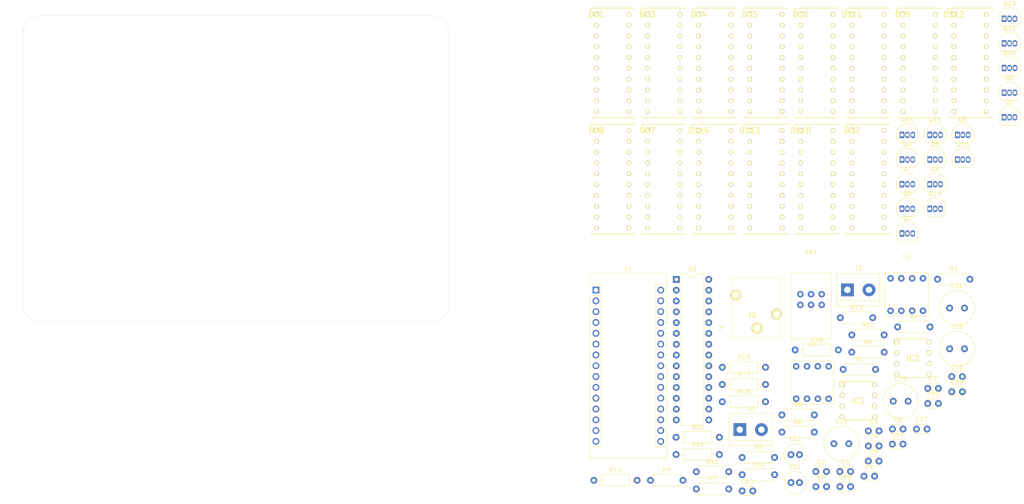
<source format=kicad_pcb>
(kicad_pcb (version 20171130) (host pcbnew "(5.1.12)-1")
  (layers (0 F.Cu signal) (31 B.Cu signal) (34 B.Paste user) (35 F.Paste user) (36 B.SilkS user) (37 F.SilkS user) (38 B.Mask user) (39 F.Mask user) (44 Edge.Cuts user))
  (net 0 "")
  (net 1 "Net-(A1-Pad1)")
  (net 2 "Net-(A1-Pad17)")
  (net 3 "Net-(A1-Pad2)")
  (net 4 "Net-(A1-Pad18)")
  (net 5 "Net-(A1-Pad3)")
  (net 6 /data_out_l)
  (net 7 GND)
  (net 8 /data_out_r)
  (net 9 /5)
  (net 10 "Net-(A1-Pad21)")
  (net 11 /D3)
  (net 12 "Net-(A1-Pad22)")
  (net 13 /strobe)
  (net 14 "Net-(A1-Pad23)")
  (net 15 /reset)
  (net 16 "Net-(A1-Pad24)")
  (net 17 /6)
  (net 18 "Net-(A1-Pad25)")
  (net 19 /7)
  (net 20 "Net-(A1-Pad26)")
  (net 21 "Net-(A1-Pad11)")
  (net 22 /5V)
  (net 23 /D9)
  (net 24 "Net-(A1-Pad28)")
  (net 25 /D10)
  (net 26 /D11)
  (net 27 "Net-(A1-Pad30)")
  (net 28 "Net-(A1-Pad15)")
  (net 29 /D13)
  (net 30 "Net-(C1-Pad1)")
  (net 31 "Net-(C2-Pad1)")
  (net 32 "Net-(C2-Pad2)")
  (net 33 "Net-(C3-Pad1)")
  (net 34 "Net-(C4-Pad1)")
  (net 35 "Net-(C4-Pad2)")
  (net 36 "Net-(C7-Pad2)")
  (net 37 "Net-(C8-Pad2)")
  (net 38 "Net-(C9-Pad1)")
  (net 39 "Net-(C10-Pad1)")
  (net 40 /R_Bolume)
  (net 41 "Net-(C11-Pad1)")
  (net 42 "Net-(C12-Pad1)")
  (net 43 /L_Bolume)
  (net 44 "Net-(C13-Pad1)")
  (net 45 "Net-(C13-Pad2)")
  (net 46 "Net-(C14-Pad2)")
  (net 47 "Net-(C14-Pad1)")
  (net 48 "Net-(C15-Pad2)")
  (net 49 "Net-(C16-Pad2)")
  (net 50 "Net-(C19-Pad2)")
  (net 51 "Net-(C22-Pad2)")
  (net 52 /led/R1)
  (net 53 /cathode_J_r2)
  (net 54 /cathode_I_r1)
  (net 55 /cathode_H_y3)
  (net 56 /cathode_G_y2)
  (net 57 /cathode_F_y1)
  (net 58 /cathode_E_g5)
  (net 59 /cathode_D_g4)
  (net 60 /cathode_C_g3)
  (net 61 /cathode_B_g2)
  (net 62 /cathode_A_g1)
  (net 63 /led/L1)
  (net 64 /led/R2)
  (net 65 /led/L2)
  (net 66 /led/R3)
  (net 67 /led/L3)
  (net 68 /led/R4)
  (net 69 /led/L4)
  (net 70 /led/R5)
  (net 71 /led/L5)
  (net 72 /led/R6)
  (net 73 /led/L6)
  (net 74 /led/R7)
  (net 75 /led/L7)
  (net 76 "Net-(IC1-Pad8)")
  (net 77 "Net-(IC1-Pad7)")
  (net 78 "Net-(IC1-Pad2)")
  (net 79 "Net-(IC1-Pad1)")
  (net 80 "Net-(IC2-Pad1)")
  (net 81 "Net-(IC2-Pad2)")
  (net 82 "Net-(IC2-Pad7)")
  (net 83 "Net-(IC2-Pad8)")
  (net 84 /audio_in_r)
  (net 85 /audio_in_l)
  (net 86 /R)
  (net 87 "Net-(Q1-Pad2)")
  (net 88 "Net-(Q10-Pad1)")
  (net 89 /L)
  (net 90 /led/1)
  (net 91 /led/2)
  (net 92 /led/3)
  (net 93 /led/4)
  (net 94 /led/5)
  (net 95 /led/6)
  (net 96 /led/7)
  (net 97 "Net-(R13-Pad1)")
  (net 98 /1)
  (net 99 /2)
  (net 100 /3)
  (net 101 /4)
  (net 102 "Net-(U3-Pad16)")
  (net 103 "Net-(U3-Pad17)")
  (module MountingHole:MountingHole_3.2mm_M3 (layer F.Cu) (at 136 72)
    (fp_text reference REF** hide)
    (fp_text value MountingHole_3.2mm_M3)
    (pad 1 np_thru_hole circle (at 0 0) (size 3.2 3.2) (drill 3.2) (layers *.Cu *.Mask))
  )
  (module MountingHole:MountingHole_3.2mm_M3 (layer F.Cu) (at 44 72)
    (fp_text reference REF** hide)
    (fp_text value MountingHole_3.2mm_M3)
    (pad 1 np_thru_hole circle (at 0 0) (size 3.2 3.2) (drill 3.2) (layers *.Cu *.Mask))
  )
  (module MountingHole:MountingHole_3.2mm_M3 (layer F.Cu) (at 136 136)
    (fp_text reference REF** hide)
    (fp_text value MountingHole_3.2mm_M3)
    (pad 1 np_thru_hole circle (at 0 0) (size 3.2 3.2) (drill 3.2) (layers *.Cu *.Mask))
  )
  (module MountingHole:MountingHole_3.2mm_M3 (layer F.Cu) (at 44 136)
    (fp_text reference REF** hide)
    (fp_text value MountingHole_3.2mm_M3)
    (pad 1 np_thru_hole circle (at 0 0) (size 3.2 3.2) (drill 3.2) (layers *.Cu *.Mask))
  )
  (module Module:Arduino_Nano (layer F.Cu) (at 174.555001 132.515001)
    (fp_text reference A1 (at 7.62 -5.08) (layer F.SilkS))
    (fp_text value Arduino_Nano_v3.x)
    (pad 1 thru_hole rect (at 0 0) (size 1.6 1.6) (drill 1) (layers *.Cu *.Mask) (net 1 "Net-(A1-Pad1)"))
    (pad 17 thru_hole oval (at 15.24 33.02) (size 1.6 1.6) (drill 1) (layers *.Cu *.Mask) (net 2 "Net-(A1-Pad17)"))
    (pad 2 thru_hole oval (at 0 2.54) (size 1.6 1.6) (drill 1) (layers *.Cu *.Mask) (net 3 "Net-(A1-Pad2)"))
    (pad 18 thru_hole oval (at 15.24 30.48) (size 1.6 1.6) (drill 1) (layers *.Cu *.Mask) (net 4 "Net-(A1-Pad18)"))
    (pad 3 thru_hole oval (at 0 5.08) (size 1.6 1.6) (drill 1) (layers *.Cu *.Mask) (net 5 "Net-(A1-Pad3)"))
    (pad 19 thru_hole oval (at 15.24 27.94) (size 1.6 1.6) (drill 1) (layers *.Cu *.Mask) (net 6 /data_out_l))
    (pad 4 thru_hole oval (at 0 7.62) (size 1.6 1.6) (drill 1) (layers *.Cu *.Mask) (net 7 GND))
    (pad 20 thru_hole oval (at 15.24 25.4) (size 1.6 1.6) (drill 1) (layers *.Cu *.Mask) (net 8 /data_out_r))
    (pad 5 thru_hole oval (at 0 10.16) (size 1.6 1.6) (drill 1) (layers *.Cu *.Mask) (net 9 /5))
    (pad 21 thru_hole oval (at 15.24 22.86) (size 1.6 1.6) (drill 1) (layers *.Cu *.Mask) (net 10 "Net-(A1-Pad21)"))
    (pad 6 thru_hole oval (at 0 12.7) (size 1.6 1.6) (drill 1) (layers *.Cu *.Mask) (net 11 /D3))
    (pad 22 thru_hole oval (at 15.24 20.32) (size 1.6 1.6) (drill 1) (layers *.Cu *.Mask) (net 12 "Net-(A1-Pad22)"))
    (pad 7 thru_hole oval (at 0 15.24) (size 1.6 1.6) (drill 1) (layers *.Cu *.Mask) (net 13 /strobe))
    (pad 23 thru_hole oval (at 15.24 17.78) (size 1.6 1.6) (drill 1) (layers *.Cu *.Mask) (net 14 "Net-(A1-Pad23)"))
    (pad 8 thru_hole oval (at 0 17.78) (size 1.6 1.6) (drill 1) (layers *.Cu *.Mask) (net 15 /reset))
    (pad 24 thru_hole oval (at 15.24 15.24) (size 1.6 1.6) (drill 1) (layers *.Cu *.Mask) (net 16 "Net-(A1-Pad24)"))
    (pad 9 thru_hole oval (at 0 20.32) (size 1.6 1.6) (drill 1) (layers *.Cu *.Mask) (net 17 /6))
    (pad 25 thru_hole oval (at 15.24 12.7) (size 1.6 1.6) (drill 1) (layers *.Cu *.Mask) (net 18 "Net-(A1-Pad25)"))
    (pad 10 thru_hole oval (at 0 22.86) (size 1.6 1.6) (drill 1) (layers *.Cu *.Mask) (net 19 /7))
    (pad 26 thru_hole oval (at 15.24 10.16) (size 1.6 1.6) (drill 1) (layers *.Cu *.Mask) (net 20 "Net-(A1-Pad26)"))
    (pad 11 thru_hole oval (at 0 25.4) (size 1.6 1.6) (drill 1) (layers *.Cu *.Mask) (net 21 "Net-(A1-Pad11)"))
    (pad 27 thru_hole oval (at 15.24 7.62) (size 1.6 1.6) (drill 1) (layers *.Cu *.Mask) (net 22 /5V))
    (pad 12 thru_hole oval (at 0 27.94) (size 1.6 1.6) (drill 1) (layers *.Cu *.Mask) (net 23 /D9))
    (pad 28 thru_hole oval (at 15.24 5.08) (size 1.6 1.6) (drill 1) (layers *.Cu *.Mask) (net 24 "Net-(A1-Pad28)"))
    (pad 13 thru_hole oval (at 0 30.48) (size 1.6 1.6) (drill 1) (layers *.Cu *.Mask) (net 25 /D10))
    (pad 29 thru_hole oval (at 15.24 2.54) (size 1.6 1.6) (drill 1) (layers *.Cu *.Mask) (net 7 GND))
    (pad 14 thru_hole oval (at 0 33.02) (size 1.6 1.6) (drill 1) (layers *.Cu *.Mask) (net 26 /D11))
    (pad 30 thru_hole oval (at 15.24 0) (size 1.6 1.6) (drill 1) (layers *.Cu *.Mask) (net 27 "Net-(A1-Pad30)"))
    (pad 15 thru_hole oval (at 0 35.56) (size 1.6 1.6) (drill 1) (layers *.Cu *.Mask) (net 28 "Net-(A1-Pad15)"))
    (pad 16 thru_hole oval (at 15.24 35.56) (size 1.6 1.6) (drill 1) (layers *.Cu *.Mask) (net 29 /D13))
  )
  (module Capacitor_THT:C_Disc_D3.0mm_W2.0mm_P2.50mm (layer F.Cu) (at 237.545001 176.255001)
    (fp_text reference C1 (at 1.25 -2.25) (layer F.SilkS))
    (fp_text value 33p)
    (pad 2 thru_hole circle (at 2.5 0) (size 1.6 1.6) (drill 0.8) (layers *.Cu *.Mask) (net 7 GND))
    (pad 1 thru_hole circle (at 0 0) (size 1.6 1.6) (drill 0.8) (layers *.Cu *.Mask) (net 30 "Net-(C1-Pad1)"))
  )
  (module Capacitor_THT:C_Disc_D3.0mm_W2.0mm_P2.50mm (layer F.Cu) (at 226.245001 175.155001)
    (fp_text reference C2 (at 1.25 -2.25) (layer F.SilkS))
    (fp_text value 0.01u)
    (pad 1 thru_hole circle (at 0 0) (size 1.6 1.6) (drill 0.8) (layers *.Cu *.Mask) (net 31 "Net-(C2-Pad1)"))
    (pad 2 thru_hole circle (at 2.5 0) (size 1.6 1.6) (drill 0.8) (layers *.Cu *.Mask) (net 32 "Net-(C2-Pad2)"))
  )
  (module Capacitor_THT:C_Disc_D3.0mm_W2.0mm_P2.50mm (layer F.Cu) (at 238.585001 165.605001)
    (fp_text reference C3 (at 1.25 -2.25) (layer F.SilkS))
    (fp_text value 33p)
    (pad 2 thru_hole circle (at 2.5 0) (size 1.6 1.6) (drill 0.8) (layers *.Cu *.Mask) (net 7 GND))
    (pad 1 thru_hole circle (at 0 0) (size 1.6 1.6) (drill 0.8) (layers *.Cu *.Mask) (net 33 "Net-(C3-Pad1)"))
  )
  (module Capacitor_THT:C_Disc_D3.0mm_W2.0mm_P2.50mm (layer F.Cu) (at 238.585001 169.155001)
    (fp_text reference C4 (at 1.25 -2.25) (layer F.SilkS))
    (fp_text value 0.01u)
    (pad 1 thru_hole circle (at 0 0) (size 1.6 1.6) (drill 0.8) (layers *.Cu *.Mask) (net 34 "Net-(C4-Pad1)"))
    (pad 2 thru_hole circle (at 2.5 0) (size 1.6 1.6) (drill 0.8) (layers *.Cu *.Mask) (net 35 "Net-(C4-Pad2)"))
  )
  (module Capacitor_THT:C_Disc_D3.0mm_W2.0mm_P2.50mm (layer F.Cu) (at 231.895001 175.155001)
    (fp_text reference C5 (at 1.25 -2.25) (layer F.SilkS))
    (fp_text value 0.1u)
    (pad 1 thru_hole circle (at 0 0) (size 1.6 1.6) (drill 0.8) (layers *.Cu *.Mask) (net 7 GND))
    (pad 2 thru_hole circle (at 2.5 0) (size 1.6 1.6) (drill 0.8) (layers *.Cu *.Mask) (net 22 /5V))
  )
  (module Capacitor_THT:C_Disc_D3.0mm_W2.0mm_P2.50mm (layer F.Cu) (at 226.245001 178.705001)
    (fp_text reference C6 (at 1.25 -2.25) (layer F.SilkS))
    (fp_text value 0.1u)
    (pad 1 thru_hole circle (at 0 0) (size 1.6 1.6) (drill 0.8) (layers *.Cu *.Mask) (net 7 GND))
    (pad 2 thru_hole circle (at 2.5 0) (size 1.6 1.6) (drill 0.8) (layers *.Cu *.Mask) (net 22 /5V))
  )
  (module Capacitor_THT:C_Disc_D3.0mm_W2.0mm_P2.50mm (layer F.Cu) (at 252.535001 155.625001)
    (fp_text reference C7 (at 1.25 -2.25) (layer F.SilkS))
    (fp_text value 0.1u)
    (pad 2 thru_hole circle (at 2.5 0) (size 1.6 1.6) (drill 0.8) (layers *.Cu *.Mask) (net 36 "Net-(C7-Pad2)"))
    (pad 1 thru_hole circle (at 0 0) (size 1.6 1.6) (drill 0.8) (layers *.Cu *.Mask) (net 7 GND))
  )
  (module Capacitor_THT:C_Disc_D3.0mm_W2.0mm_P2.50mm (layer F.Cu) (at 244.235001 165.175001)
    (fp_text reference C8 (at 1.25 -2.25) (layer F.SilkS))
    (fp_text value 0.1u)
    (pad 2 thru_hole circle (at 2.5 0) (size 1.6 1.6) (drill 0.8) (layers *.Cu *.Mask) (net 37 "Net-(C8-Pad2)"))
    (pad 1 thru_hole circle (at 0 0) (size 1.6 1.6) (drill 0.8) (layers *.Cu *.Mask) (net 7 GND))
  )
  (module Capacitor_THT:C_Disc_D3.0mm_W2.0mm_P2.50mm (layer F.Cu) (at 238.585001 172.705001)
    (fp_text reference C9 (at 1.25 -2.25) (layer F.SilkS))
    (fp_text value 330p)
    (pad 1 thru_hole circle (at 0 0) (size 1.6 1.6) (drill 0.8) (layers *.Cu *.Mask) (net 38 "Net-(C9-Pad1)"))
    (pad 2 thru_hole circle (at 2.5 0) (size 1.6 1.6) (drill 0.8) (layers *.Cu *.Mask) (net 7 GND))
  )
  (module Capacitor_THT:C_Disc_D3.0mm_W2.0mm_P2.50mm (layer F.Cu) (at 231.895001 178.705001)
    (fp_text reference C10 (at 1.25 -2.25) (layer F.SilkS))
    (fp_text value 330p)
    (pad 2 thru_hole circle (at 2.5 0) (size 1.6 1.6) (drill 0.8) (layers *.Cu *.Mask) (net 7 GND))
    (pad 1 thru_hole circle (at 0 0) (size 1.6 1.6) (drill 0.8) (layers *.Cu *.Mask) (net 39 "Net-(C10-Pad1)"))
  )
  (module Capacitor_THT:C_Radial_D5.0mm_H11.0mm_P2.00mm (layer F.Cu) (at 220.395001 177.745001)
    (fp_text reference C11 (at 1 -3.75) (layer F.SilkS))
    (fp_text value 2.2u)
    (pad 2 thru_hole circle (at 2 0) (size 1.6 1.6) (drill 0.8) (layers *.Cu *.Mask) (net 40 /R_Bolume))
    (pad 1 thru_hole circle (at 0 0) (size 1.6 1.6) (drill 0.8) (layers *.Cu *.Mask) (net 41 "Net-(C11-Pad1)"))
  )
  (module Capacitor_THT:C_Radial_D5.0mm_H11.0mm_P2.00mm (layer F.Cu) (at 220.395001 171.195001)
    (fp_text reference C12 (at 1 -3.75) (layer F.SilkS))
    (fp_text value 2.2u)
    (pad 1 thru_hole circle (at 0 0) (size 1.6 1.6) (drill 0.8) (layers *.Cu *.Mask) (net 42 "Net-(C12-Pad1)"))
    (pad 2 thru_hole circle (at 2 0) (size 1.6 1.6) (drill 0.8) (layers *.Cu *.Mask) (net 43 /L_Bolume))
  )
  (module Capacitor_THT:C_Disc_D3.0mm_W2.0mm_P2.50mm (layer F.Cu) (at 208.925001 179.705001)
    (fp_text reference C13 (at 1.25 -2.25) (layer F.SilkS))
    (fp_text value 10u)
    (pad 1 thru_hole circle (at 0 0) (size 1.6 1.6) (drill 0.8) (layers *.Cu *.Mask) (net 44 "Net-(C13-Pad1)"))
    (pad 2 thru_hole circle (at 2.5 0) (size 1.6 1.6) (drill 0.8) (layers *.Cu *.Mask) (net 45 "Net-(C13-Pad2)"))
  )
  (module Capacitor_THT:C_Disc_D3.0mm_W2.0mm_P2.50mm (layer F.Cu) (at 244.235001 168.725001)
    (fp_text reference C14 (at 1.25 -2.25) (layer F.SilkS))
    (fp_text value 10u)
    (pad 2 thru_hole circle (at 2.5 0) (size 1.6 1.6) (drill 0.8) (layers *.Cu *.Mask) (net 46 "Net-(C14-Pad2)"))
    (pad 1 thru_hole circle (at 0 0) (size 1.6 1.6) (drill 0.8) (layers *.Cu *.Mask) (net 47 "Net-(C14-Pad1)"))
  )
  (module Capacitor_THT:C_Disc_D3.0mm_W2.0mm_P2.50mm (layer F.Cu) (at 252.535001 159.175001)
    (fp_text reference C15 (at 1.25 -2.25) (layer F.SilkS))
    (fp_text value 0.1u)
    (pad 1 thru_hole circle (at 0 0) (size 1.6 1.6) (drill 0.8) (layers *.Cu *.Mask) (net 44 "Net-(C13-Pad1)"))
    (pad 2 thru_hole circle (at 2.5 0) (size 1.6 1.6) (drill 0.8) (layers *.Cu *.Mask) (net 48 "Net-(C15-Pad2)"))
  )
  (module Capacitor_THT:C_Disc_D3.0mm_W2.0mm_P2.50mm (layer F.Cu) (at 258.185001 152.855001)
    (fp_text reference C16 (at 1.25 -2.25) (layer F.SilkS))
    (fp_text value 0.1u)
    (pad 1 thru_hole circle (at 0 0) (size 1.6 1.6) (drill 0.8) (layers *.Cu *.Mask) (net 47 "Net-(C14-Pad1)"))
    (pad 2 thru_hole circle (at 2.5 0) (size 1.6 1.6) (drill 0.8) (layers *.Cu *.Mask) (net 49 "Net-(C16-Pad2)"))
  )
  (module Capacitor_THT:C_Disc_D3.0mm_W2.0mm_P2.50mm (layer F.Cu) (at 249.885001 165.175001)
    (fp_text reference C17 (at 1.25 -2.25) (layer F.SilkS))
    (fp_text value 0.1u)
    (pad 2 thru_hole circle (at 2.5 0) (size 1.6 1.6) (drill 0.8) (layers *.Cu *.Mask) (net 22 /5V))
    (pad 1 thru_hole circle (at 0 0) (size 1.6 1.6) (drill 0.8) (layers *.Cu *.Mask) (net 7 GND))
  )
  (module Capacitor_THT:C_Radial_D8.0mm_H7.0mm_P3.50mm (layer F.Cu) (at 257.675001 146.305001)
    (fp_text reference C18 (at 1.75 -5.25) (layer F.SilkS))
    (fp_text value 470u)
    (pad 1 thru_hole circle (at 0 0) (size 1.6 1.6) (drill 0.8) (layers *.Cu *.Mask) (net 22 /5V))
    (pad 2 thru_hole circle (at 3.5 0) (size 1.6 1.6) (drill 0.8) (layers *.Cu *.Mask) (net 7 GND))
  )
  (module Capacitor_THT:C_Radial_D8.0mm_H7.0mm_P3.50mm (layer F.Cu) (at 244.435001 158.625001)
    (fp_text reference C19 (at 1.75 -5.25) (layer F.SilkS))
    (fp_text value 470u)
    (pad 1 thru_hole circle (at 0 0) (size 1.6 1.6) (drill 0.8) (layers *.Cu *.Mask) (net 44 "Net-(C13-Pad1)"))
    (pad 2 thru_hole circle (at 3.5 0) (size 1.6 1.6) (drill 0.8) (layers *.Cu *.Mask) (net 50 "Net-(C19-Pad2)"))
  )
  (module Capacitor_THT:C_Disc_D3.0mm_W2.0mm_P2.50mm (layer F.Cu) (at 258.185001 156.405001)
    (fp_text reference C20 (at 1.25 -2.25) (layer F.SilkS))
    (fp_text value 0.1u)
    (pad 2 thru_hole circle (at 2.5 0) (size 1.6 1.6) (drill 0.8) (layers *.Cu *.Mask) (net 22 /5V))
    (pad 1 thru_hole circle (at 0 0) (size 1.6 1.6) (drill 0.8) (layers *.Cu *.Mask) (net 7 GND))
  )
  (module Capacitor_THT:C_Radial_D8.0mm_H7.0mm_P3.50mm (layer F.Cu) (at 257.675001 136.755001)
    (fp_text reference C21 (at 1.75 -5.25) (layer F.SilkS))
    (fp_text value 470u)
    (pad 2 thru_hole circle (at 3.5 0) (size 1.6 1.6) (drill 0.8) (layers *.Cu *.Mask) (net 7 GND))
    (pad 1 thru_hole circle (at 0 0) (size 1.6 1.6) (drill 0.8) (layers *.Cu *.Mask) (net 22 /5V))
  )
  (module Capacitor_THT:C_Radial_D8.0mm_H7.0mm_P3.50mm (layer F.Cu) (at 230.485001 168.605001)
    (fp_text reference C22 (at 1.75 -5.25) (layer F.SilkS))
    (fp_text value 470u)
    (pad 2 thru_hole circle (at 3.5 0) (size 1.6 1.6) (drill 0.8) (layers *.Cu *.Mask) (net 51 "Net-(C22-Pad2)"))
    (pad 1 thru_hole circle (at 0 0) (size 1.6 1.6) (drill 0.8) (layers *.Cu *.Mask) (net 47 "Net-(C14-Pad1)"))
  )
  (module OSX10201-GYR1:DIPS760W45P254L2550H815Q20N (layer F.Cu) (at 174.700001 67.720001)
    (fp_text reference DS1 (at 0 0) (layer F.SilkS) (effects (font (size 1.27 1.27) (thickness 0.254))))
    (fp_text value OSX10201-GYR1 hide)
    (pad 1 thru_hole rect (at 0 0 90) (size 1.05 1.05) (drill 0.65) (layers *.Cu *.Mask F.SilkS) (net 52 /led/R1))
    (pad 2 thru_hole circle (at 0 2.54 90) (size 1.05 1.05) (drill 0.65) (layers *.Cu *.Mask F.SilkS) (net 52 /led/R1))
    (pad 3 thru_hole circle (at 0 5.08 90) (size 1.05 1.05) (drill 0.65) (layers *.Cu *.Mask F.SilkS) (net 52 /led/R1))
    (pad 4 thru_hole circle (at 0 7.62 90) (size 1.05 1.05) (drill 0.65) (layers *.Cu *.Mask F.SilkS) (net 52 /led/R1))
    (pad 5 thru_hole circle (at 0 10.16 90) (size 1.05 1.05) (drill 0.65) (layers *.Cu *.Mask F.SilkS) (net 52 /led/R1))
    (pad 6 thru_hole circle (at 0 12.7 90) (size 1.05 1.05) (drill 0.65) (layers *.Cu *.Mask F.SilkS) (net 52 /led/R1))
    (pad 7 thru_hole circle (at 0 15.24 90) (size 1.05 1.05) (drill 0.65) (layers *.Cu *.Mask F.SilkS) (net 52 /led/R1))
    (pad 8 thru_hole circle (at 0 17.78 90) (size 1.05 1.05) (drill 0.65) (layers *.Cu *.Mask F.SilkS) (net 52 /led/R1))
    (pad 9 thru_hole circle (at 0 20.32 90) (size 1.05 1.05) (drill 0.65) (layers *.Cu *.Mask F.SilkS) (net 52 /led/R1))
    (pad 10 thru_hole circle (at 0 22.86 90) (size 1.05 1.05) (drill 0.65) (layers *.Cu *.Mask F.SilkS) (net 52 /led/R1))
    (pad 11 thru_hole circle (at 7.6 22.86 90) (size 1.05 1.05) (drill 0.65) (layers *.Cu *.Mask F.SilkS) (net 53 /cathode_J_r2))
    (pad 12 thru_hole circle (at 7.6 20.32 90) (size 1.05 1.05) (drill 0.65) (layers *.Cu *.Mask F.SilkS) (net 54 /cathode_I_r1))
    (pad 13 thru_hole circle (at 7.6 17.78 90) (size 1.05 1.05) (drill 0.65) (layers *.Cu *.Mask F.SilkS) (net 55 /cathode_H_y3))
    (pad 14 thru_hole circle (at 7.6 15.24 90) (size 1.05 1.05) (drill 0.65) (layers *.Cu *.Mask F.SilkS) (net 56 /cathode_G_y2))
    (pad 15 thru_hole circle (at 7.6 12.7 90) (size 1.05 1.05) (drill 0.65) (layers *.Cu *.Mask F.SilkS) (net 57 /cathode_F_y1))
    (pad 16 thru_hole circle (at 7.6 10.16 90) (size 1.05 1.05) (drill 0.65) (layers *.Cu *.Mask F.SilkS) (net 58 /cathode_E_g5))
    (pad 17 thru_hole circle (at 7.6 7.62 90) (size 1.05 1.05) (drill 0.65) (layers *.Cu *.Mask F.SilkS) (net 59 /cathode_D_g4))
    (pad 18 thru_hole circle (at 7.6 5.08 90) (size 1.05 1.05) (drill 0.65) (layers *.Cu *.Mask F.SilkS) (net 60 /cathode_C_g3))
    (pad 19 thru_hole circle (at 7.6 2.54 90) (size 1.05 1.05) (drill 0.65) (layers *.Cu *.Mask F.SilkS) (net 61 /cathode_B_g2))
    (pad 20 thru_hole circle (at 7.6 0 90) (size 1.05 1.05) (drill 0.65) (layers *.Cu *.Mask F.SilkS) (net 62 /cathode_A_g1))
  )
  (module OSX10201-GYR1:DIPS760W45P254L2550H815Q20N (layer F.Cu) (at 234.700001 95.020001)
    (fp_text reference DS2 (at 0 0) (layer F.SilkS) (effects (font (size 1.27 1.27) (thickness 0.254))))
    (fp_text value OSX10201-GYR1 hide)
    (pad 20 thru_hole circle (at 7.6 0 90) (size 1.05 1.05) (drill 0.65) (layers *.Cu *.Mask F.SilkS) (net 62 /cathode_A_g1))
    (pad 19 thru_hole circle (at 7.6 2.54 90) (size 1.05 1.05) (drill 0.65) (layers *.Cu *.Mask F.SilkS) (net 61 /cathode_B_g2))
    (pad 18 thru_hole circle (at 7.6 5.08 90) (size 1.05 1.05) (drill 0.65) (layers *.Cu *.Mask F.SilkS) (net 60 /cathode_C_g3))
    (pad 17 thru_hole circle (at 7.6 7.62 90) (size 1.05 1.05) (drill 0.65) (layers *.Cu *.Mask F.SilkS) (net 59 /cathode_D_g4))
    (pad 16 thru_hole circle (at 7.6 10.16 90) (size 1.05 1.05) (drill 0.65) (layers *.Cu *.Mask F.SilkS) (net 58 /cathode_E_g5))
    (pad 15 thru_hole circle (at 7.6 12.7 90) (size 1.05 1.05) (drill 0.65) (layers *.Cu *.Mask F.SilkS) (net 57 /cathode_F_y1))
    (pad 14 thru_hole circle (at 7.6 15.24 90) (size 1.05 1.05) (drill 0.65) (layers *.Cu *.Mask F.SilkS) (net 56 /cathode_G_y2))
    (pad 13 thru_hole circle (at 7.6 17.78 90) (size 1.05 1.05) (drill 0.65) (layers *.Cu *.Mask F.SilkS) (net 55 /cathode_H_y3))
    (pad 12 thru_hole circle (at 7.6 20.32 90) (size 1.05 1.05) (drill 0.65) (layers *.Cu *.Mask F.SilkS) (net 54 /cathode_I_r1))
    (pad 11 thru_hole circle (at 7.6 22.86 90) (size 1.05 1.05) (drill 0.65) (layers *.Cu *.Mask F.SilkS) (net 53 /cathode_J_r2))
    (pad 10 thru_hole circle (at 0 22.86 90) (size 1.05 1.05) (drill 0.65) (layers *.Cu *.Mask F.SilkS) (net 63 /led/L1))
    (pad 9 thru_hole circle (at 0 20.32 90) (size 1.05 1.05) (drill 0.65) (layers *.Cu *.Mask F.SilkS) (net 63 /led/L1))
    (pad 8 thru_hole circle (at 0 17.78 90) (size 1.05 1.05) (drill 0.65) (layers *.Cu *.Mask F.SilkS) (net 63 /led/L1))
    (pad 7 thru_hole circle (at 0 15.24 90) (size 1.05 1.05) (drill 0.65) (layers *.Cu *.Mask F.SilkS) (net 63 /led/L1))
    (pad 6 thru_hole circle (at 0 12.7 90) (size 1.05 1.05) (drill 0.65) (layers *.Cu *.Mask F.SilkS) (net 63 /led/L1))
    (pad 5 thru_hole circle (at 0 10.16 90) (size 1.05 1.05) (drill 0.65) (layers *.Cu *.Mask F.SilkS) (net 63 /led/L1))
    (pad 4 thru_hole circle (at 0 7.62 90) (size 1.05 1.05) (drill 0.65) (layers *.Cu *.Mask F.SilkS) (net 63 /led/L1))
    (pad 3 thru_hole circle (at 0 5.08 90) (size 1.05 1.05) (drill 0.65) (layers *.Cu *.Mask F.SilkS) (net 63 /led/L1))
    (pad 2 thru_hole circle (at 0 2.54 90) (size 1.05 1.05) (drill 0.65) (layers *.Cu *.Mask F.SilkS) (net 63 /led/L1))
    (pad 1 thru_hole rect (at 0 0 90) (size 1.05 1.05) (drill 0.65) (layers *.Cu *.Mask F.SilkS) (net 63 /led/L1))
  )
  (module OSX10201-GYR1:DIPS760W45P254L2550H815Q20N (layer F.Cu) (at 186.700001 67.720001)
    (fp_text reference DS3 (at 0 0) (layer F.SilkS) (effects (font (size 1.27 1.27) (thickness 0.254))))
    (fp_text value OSX10201-GYR1 hide)
    (pad 1 thru_hole rect (at 0 0 90) (size 1.05 1.05) (drill 0.65) (layers *.Cu *.Mask F.SilkS) (net 64 /led/R2))
    (pad 2 thru_hole circle (at 0 2.54 90) (size 1.05 1.05) (drill 0.65) (layers *.Cu *.Mask F.SilkS) (net 64 /led/R2))
    (pad 3 thru_hole circle (at 0 5.08 90) (size 1.05 1.05) (drill 0.65) (layers *.Cu *.Mask F.SilkS) (net 64 /led/R2))
    (pad 4 thru_hole circle (at 0 7.62 90) (size 1.05 1.05) (drill 0.65) (layers *.Cu *.Mask F.SilkS) (net 64 /led/R2))
    (pad 5 thru_hole circle (at 0 10.16 90) (size 1.05 1.05) (drill 0.65) (layers *.Cu *.Mask F.SilkS) (net 64 /led/R2))
    (pad 6 thru_hole circle (at 0 12.7 90) (size 1.05 1.05) (drill 0.65) (layers *.Cu *.Mask F.SilkS) (net 64 /led/R2))
    (pad 7 thru_hole circle (at 0 15.24 90) (size 1.05 1.05) (drill 0.65) (layers *.Cu *.Mask F.SilkS) (net 64 /led/R2))
    (pad 8 thru_hole circle (at 0 17.78 90) (size 1.05 1.05) (drill 0.65) (layers *.Cu *.Mask F.SilkS) (net 64 /led/R2))
    (pad 9 thru_hole circle (at 0 20.32 90) (size 1.05 1.05) (drill 0.65) (layers *.Cu *.Mask F.SilkS) (net 64 /led/R2))
    (pad 10 thru_hole circle (at 0 22.86 90) (size 1.05 1.05) (drill 0.65) (layers *.Cu *.Mask F.SilkS) (net 64 /led/R2))
    (pad 11 thru_hole circle (at 7.6 22.86 90) (size 1.05 1.05) (drill 0.65) (layers *.Cu *.Mask F.SilkS) (net 53 /cathode_J_r2))
    (pad 12 thru_hole circle (at 7.6 20.32 90) (size 1.05 1.05) (drill 0.65) (layers *.Cu *.Mask F.SilkS) (net 54 /cathode_I_r1))
    (pad 13 thru_hole circle (at 7.6 17.78 90) (size 1.05 1.05) (drill 0.65) (layers *.Cu *.Mask F.SilkS) (net 55 /cathode_H_y3))
    (pad 14 thru_hole circle (at 7.6 15.24 90) (size 1.05 1.05) (drill 0.65) (layers *.Cu *.Mask F.SilkS) (net 56 /cathode_G_y2))
    (pad 15 thru_hole circle (at 7.6 12.7 90) (size 1.05 1.05) (drill 0.65) (layers *.Cu *.Mask F.SilkS) (net 57 /cathode_F_y1))
    (pad 16 thru_hole circle (at 7.6 10.16 90) (size 1.05 1.05) (drill 0.65) (layers *.Cu *.Mask F.SilkS) (net 58 /cathode_E_g5))
    (pad 17 thru_hole circle (at 7.6 7.62 90) (size 1.05 1.05) (drill 0.65) (layers *.Cu *.Mask F.SilkS) (net 59 /cathode_D_g4))
    (pad 18 thru_hole circle (at 7.6 5.08 90) (size 1.05 1.05) (drill 0.65) (layers *.Cu *.Mask F.SilkS) (net 60 /cathode_C_g3))
    (pad 19 thru_hole circle (at 7.6 2.54 90) (size 1.05 1.05) (drill 0.65) (layers *.Cu *.Mask F.SilkS) (net 61 /cathode_B_g2))
    (pad 20 thru_hole circle (at 7.6 0 90) (size 1.05 1.05) (drill 0.65) (layers *.Cu *.Mask F.SilkS) (net 62 /cathode_A_g1))
  )
  (module OSX10201-GYR1:DIPS760W45P254L2550H815Q20N (layer F.Cu) (at 198.700001 67.720001)
    (fp_text reference DS4 (at 0 0) (layer F.SilkS) (effects (font (size 1.27 1.27) (thickness 0.254))))
    (fp_text value OSX10201-GYR1 hide)
    (pad 20 thru_hole circle (at 7.6 0 90) (size 1.05 1.05) (drill 0.65) (layers *.Cu *.Mask F.SilkS) (net 62 /cathode_A_g1))
    (pad 19 thru_hole circle (at 7.6 2.54 90) (size 1.05 1.05) (drill 0.65) (layers *.Cu *.Mask F.SilkS) (net 61 /cathode_B_g2))
    (pad 18 thru_hole circle (at 7.6 5.08 90) (size 1.05 1.05) (drill 0.65) (layers *.Cu *.Mask F.SilkS) (net 60 /cathode_C_g3))
    (pad 17 thru_hole circle (at 7.6 7.62 90) (size 1.05 1.05) (drill 0.65) (layers *.Cu *.Mask F.SilkS) (net 59 /cathode_D_g4))
    (pad 16 thru_hole circle (at 7.6 10.16 90) (size 1.05 1.05) (drill 0.65) (layers *.Cu *.Mask F.SilkS) (net 58 /cathode_E_g5))
    (pad 15 thru_hole circle (at 7.6 12.7 90) (size 1.05 1.05) (drill 0.65) (layers *.Cu *.Mask F.SilkS) (net 57 /cathode_F_y1))
    (pad 14 thru_hole circle (at 7.6 15.24 90) (size 1.05 1.05) (drill 0.65) (layers *.Cu *.Mask F.SilkS) (net 56 /cathode_G_y2))
    (pad 13 thru_hole circle (at 7.6 17.78 90) (size 1.05 1.05) (drill 0.65) (layers *.Cu *.Mask F.SilkS) (net 55 /cathode_H_y3))
    (pad 12 thru_hole circle (at 7.6 20.32 90) (size 1.05 1.05) (drill 0.65) (layers *.Cu *.Mask F.SilkS) (net 54 /cathode_I_r1))
    (pad 11 thru_hole circle (at 7.6 22.86 90) (size 1.05 1.05) (drill 0.65) (layers *.Cu *.Mask F.SilkS) (net 53 /cathode_J_r2))
    (pad 10 thru_hole circle (at 0 22.86 90) (size 1.05 1.05) (drill 0.65) (layers *.Cu *.Mask F.SilkS) (net 65 /led/L2))
    (pad 9 thru_hole circle (at 0 20.32 90) (size 1.05 1.05) (drill 0.65) (layers *.Cu *.Mask F.SilkS) (net 65 /led/L2))
    (pad 8 thru_hole circle (at 0 17.78 90) (size 1.05 1.05) (drill 0.65) (layers *.Cu *.Mask F.SilkS) (net 65 /led/L2))
    (pad 7 thru_hole circle (at 0 15.24 90) (size 1.05 1.05) (drill 0.65) (layers *.Cu *.Mask F.SilkS) (net 65 /led/L2))
    (pad 6 thru_hole circle (at 0 12.7 90) (size 1.05 1.05) (drill 0.65) (layers *.Cu *.Mask F.SilkS) (net 65 /led/L2))
    (pad 5 thru_hole circle (at 0 10.16 90) (size 1.05 1.05) (drill 0.65) (layers *.Cu *.Mask F.SilkS) (net 65 /led/L2))
    (pad 4 thru_hole circle (at 0 7.62 90) (size 1.05 1.05) (drill 0.65) (layers *.Cu *.Mask F.SilkS) (net 65 /led/L2))
    (pad 3 thru_hole circle (at 0 5.08 90) (size 1.05 1.05) (drill 0.65) (layers *.Cu *.Mask F.SilkS) (net 65 /led/L2))
    (pad 2 thru_hole circle (at 0 2.54 90) (size 1.05 1.05) (drill 0.65) (layers *.Cu *.Mask F.SilkS) (net 65 /led/L2))
    (pad 1 thru_hole rect (at 0 0 90) (size 1.05 1.05) (drill 0.65) (layers *.Cu *.Mask F.SilkS) (net 65 /led/L2))
  )
  (module OSX10201-GYR1:DIPS760W45P254L2550H815Q20N (layer F.Cu) (at 210.700001 67.720001)
    (fp_text reference DS5 (at 0 0) (layer F.SilkS) (effects (font (size 1.27 1.27) (thickness 0.254))))
    (fp_text value OSX10201-GYR1 hide)
    (pad 1 thru_hole rect (at 0 0 90) (size 1.05 1.05) (drill 0.65) (layers *.Cu *.Mask F.SilkS) (net 66 /led/R3))
    (pad 2 thru_hole circle (at 0 2.54 90) (size 1.05 1.05) (drill 0.65) (layers *.Cu *.Mask F.SilkS) (net 66 /led/R3))
    (pad 3 thru_hole circle (at 0 5.08 90) (size 1.05 1.05) (drill 0.65) (layers *.Cu *.Mask F.SilkS) (net 66 /led/R3))
    (pad 4 thru_hole circle (at 0 7.62 90) (size 1.05 1.05) (drill 0.65) (layers *.Cu *.Mask F.SilkS) (net 66 /led/R3))
    (pad 5 thru_hole circle (at 0 10.16 90) (size 1.05 1.05) (drill 0.65) (layers *.Cu *.Mask F.SilkS) (net 66 /led/R3))
    (pad 6 thru_hole circle (at 0 12.7 90) (size 1.05 1.05) (drill 0.65) (layers *.Cu *.Mask F.SilkS) (net 66 /led/R3))
    (pad 7 thru_hole circle (at 0 15.24 90) (size 1.05 1.05) (drill 0.65) (layers *.Cu *.Mask F.SilkS) (net 66 /led/R3))
    (pad 8 thru_hole circle (at 0 17.78 90) (size 1.05 1.05) (drill 0.65) (layers *.Cu *.Mask F.SilkS) (net 66 /led/R3))
    (pad 9 thru_hole circle (at 0 20.32 90) (size 1.05 1.05) (drill 0.65) (layers *.Cu *.Mask F.SilkS) (net 66 /led/R3))
    (pad 10 thru_hole circle (at 0 22.86 90) (size 1.05 1.05) (drill 0.65) (layers *.Cu *.Mask F.SilkS) (net 66 /led/R3))
    (pad 11 thru_hole circle (at 7.6 22.86 90) (size 1.05 1.05) (drill 0.65) (layers *.Cu *.Mask F.SilkS) (net 53 /cathode_J_r2))
    (pad 12 thru_hole circle (at 7.6 20.32 90) (size 1.05 1.05) (drill 0.65) (layers *.Cu *.Mask F.SilkS) (net 54 /cathode_I_r1))
    (pad 13 thru_hole circle (at 7.6 17.78 90) (size 1.05 1.05) (drill 0.65) (layers *.Cu *.Mask F.SilkS) (net 55 /cathode_H_y3))
    (pad 14 thru_hole circle (at 7.6 15.24 90) (size 1.05 1.05) (drill 0.65) (layers *.Cu *.Mask F.SilkS) (net 56 /cathode_G_y2))
    (pad 15 thru_hole circle (at 7.6 12.7 90) (size 1.05 1.05) (drill 0.65) (layers *.Cu *.Mask F.SilkS) (net 57 /cathode_F_y1))
    (pad 16 thru_hole circle (at 7.6 10.16 90) (size 1.05 1.05) (drill 0.65) (layers *.Cu *.Mask F.SilkS) (net 58 /cathode_E_g5))
    (pad 17 thru_hole circle (at 7.6 7.62 90) (size 1.05 1.05) (drill 0.65) (layers *.Cu *.Mask F.SilkS) (net 59 /cathode_D_g4))
    (pad 18 thru_hole circle (at 7.6 5.08 90) (size 1.05 1.05) (drill 0.65) (layers *.Cu *.Mask F.SilkS) (net 60 /cathode_C_g3))
    (pad 19 thru_hole circle (at 7.6 2.54 90) (size 1.05 1.05) (drill 0.65) (layers *.Cu *.Mask F.SilkS) (net 61 /cathode_B_g2))
    (pad 20 thru_hole circle (at 7.6 0 90) (size 1.05 1.05) (drill 0.65) (layers *.Cu *.Mask F.SilkS) (net 62 /cathode_A_g1))
  )
  (module OSX10201-GYR1:DIPS760W45P254L2550H815Q20N (layer F.Cu) (at 222.700001 67.720001)
    (fp_text reference DS6 (at 0 0) (layer F.SilkS) (effects (font (size 1.27 1.27) (thickness 0.254))))
    (fp_text value OSX10201-GYR1 hide)
    (pad 20 thru_hole circle (at 7.6 0 90) (size 1.05 1.05) (drill 0.65) (layers *.Cu *.Mask F.SilkS) (net 62 /cathode_A_g1))
    (pad 19 thru_hole circle (at 7.6 2.54 90) (size 1.05 1.05) (drill 0.65) (layers *.Cu *.Mask F.SilkS) (net 61 /cathode_B_g2))
    (pad 18 thru_hole circle (at 7.6 5.08 90) (size 1.05 1.05) (drill 0.65) (layers *.Cu *.Mask F.SilkS) (net 60 /cathode_C_g3))
    (pad 17 thru_hole circle (at 7.6 7.62 90) (size 1.05 1.05) (drill 0.65) (layers *.Cu *.Mask F.SilkS) (net 59 /cathode_D_g4))
    (pad 16 thru_hole circle (at 7.6 10.16 90) (size 1.05 1.05) (drill 0.65) (layers *.Cu *.Mask F.SilkS) (net 58 /cathode_E_g5))
    (pad 15 thru_hole circle (at 7.6 12.7 90) (size 1.05 1.05) (drill 0.65) (layers *.Cu *.Mask F.SilkS) (net 57 /cathode_F_y1))
    (pad 14 thru_hole circle (at 7.6 15.24 90) (size 1.05 1.05) (drill 0.65) (layers *.Cu *.Mask F.SilkS) (net 56 /cathode_G_y2))
    (pad 13 thru_hole circle (at 7.6 17.78 90) (size 1.05 1.05) (drill 0.65) (layers *.Cu *.Mask F.SilkS) (net 55 /cathode_H_y3))
    (pad 12 thru_hole circle (at 7.6 20.32 90) (size 1.05 1.05) (drill 0.65) (layers *.Cu *.Mask F.SilkS) (net 54 /cathode_I_r1))
    (pad 11 thru_hole circle (at 7.6 22.86 90) (size 1.05 1.05) (drill 0.65) (layers *.Cu *.Mask F.SilkS) (net 53 /cathode_J_r2))
    (pad 10 thru_hole circle (at 0 22.86 90) (size 1.05 1.05) (drill 0.65) (layers *.Cu *.Mask F.SilkS) (net 67 /led/L3))
    (pad 9 thru_hole circle (at 0 20.32 90) (size 1.05 1.05) (drill 0.65) (layers *.Cu *.Mask F.SilkS) (net 67 /led/L3))
    (pad 8 thru_hole circle (at 0 17.78 90) (size 1.05 1.05) (drill 0.65) (layers *.Cu *.Mask F.SilkS) (net 67 /led/L3))
    (pad 7 thru_hole circle (at 0 15.24 90) (size 1.05 1.05) (drill 0.65) (layers *.Cu *.Mask F.SilkS) (net 67 /led/L3))
    (pad 6 thru_hole circle (at 0 12.7 90) (size 1.05 1.05) (drill 0.65) (layers *.Cu *.Mask F.SilkS) (net 67 /led/L3))
    (pad 5 thru_hole circle (at 0 10.16 90) (size 1.05 1.05) (drill 0.65) (layers *.Cu *.Mask F.SilkS) (net 67 /led/L3))
    (pad 4 thru_hole circle (at 0 7.62 90) (size 1.05 1.05) (drill 0.65) (layers *.Cu *.Mask F.SilkS) (net 67 /led/L3))
    (pad 3 thru_hole circle (at 0 5.08 90) (size 1.05 1.05) (drill 0.65) (layers *.Cu *.Mask F.SilkS) (net 67 /led/L3))
    (pad 2 thru_hole circle (at 0 2.54 90) (size 1.05 1.05) (drill 0.65) (layers *.Cu *.Mask F.SilkS) (net 67 /led/L3))
    (pad 1 thru_hole rect (at 0 0 90) (size 1.05 1.05) (drill 0.65) (layers *.Cu *.Mask F.SilkS) (net 67 /led/L3))
  )
  (module OSX10201-GYR1:DIPS760W45P254L2550H815Q20N (layer F.Cu) (at 186.700001 95.020001)
    (fp_text reference DS7 (at 0 0) (layer F.SilkS) (effects (font (size 1.27 1.27) (thickness 0.254))))
    (fp_text value OSX10201-GYR1 hide)
    (pad 1 thru_hole rect (at 0 0 90) (size 1.05 1.05) (drill 0.65) (layers *.Cu *.Mask F.SilkS) (net 68 /led/R4))
    (pad 2 thru_hole circle (at 0 2.54 90) (size 1.05 1.05) (drill 0.65) (layers *.Cu *.Mask F.SilkS) (net 68 /led/R4))
    (pad 3 thru_hole circle (at 0 5.08 90) (size 1.05 1.05) (drill 0.65) (layers *.Cu *.Mask F.SilkS) (net 68 /led/R4))
    (pad 4 thru_hole circle (at 0 7.62 90) (size 1.05 1.05) (drill 0.65) (layers *.Cu *.Mask F.SilkS) (net 68 /led/R4))
    (pad 5 thru_hole circle (at 0 10.16 90) (size 1.05 1.05) (drill 0.65) (layers *.Cu *.Mask F.SilkS) (net 68 /led/R4))
    (pad 6 thru_hole circle (at 0 12.7 90) (size 1.05 1.05) (drill 0.65) (layers *.Cu *.Mask F.SilkS) (net 68 /led/R4))
    (pad 7 thru_hole circle (at 0 15.24 90) (size 1.05 1.05) (drill 0.65) (layers *.Cu *.Mask F.SilkS) (net 68 /led/R4))
    (pad 8 thru_hole circle (at 0 17.78 90) (size 1.05 1.05) (drill 0.65) (layers *.Cu *.Mask F.SilkS) (net 68 /led/R4))
    (pad 9 thru_hole circle (at 0 20.32 90) (size 1.05 1.05) (drill 0.65) (layers *.Cu *.Mask F.SilkS) (net 68 /led/R4))
    (pad 10 thru_hole circle (at 0 22.86 90) (size 1.05 1.05) (drill 0.65) (layers *.Cu *.Mask F.SilkS) (net 68 /led/R4))
    (pad 11 thru_hole circle (at 7.6 22.86 90) (size 1.05 1.05) (drill 0.65) (layers *.Cu *.Mask F.SilkS) (net 53 /cathode_J_r2))
    (pad 12 thru_hole circle (at 7.6 20.32 90) (size 1.05 1.05) (drill 0.65) (layers *.Cu *.Mask F.SilkS) (net 54 /cathode_I_r1))
    (pad 13 thru_hole circle (at 7.6 17.78 90) (size 1.05 1.05) (drill 0.65) (layers *.Cu *.Mask F.SilkS) (net 55 /cathode_H_y3))
    (pad 14 thru_hole circle (at 7.6 15.24 90) (size 1.05 1.05) (drill 0.65) (layers *.Cu *.Mask F.SilkS) (net 56 /cathode_G_y2))
    (pad 15 thru_hole circle (at 7.6 12.7 90) (size 1.05 1.05) (drill 0.65) (layers *.Cu *.Mask F.SilkS) (net 57 /cathode_F_y1))
    (pad 16 thru_hole circle (at 7.6 10.16 90) (size 1.05 1.05) (drill 0.65) (layers *.Cu *.Mask F.SilkS) (net 58 /cathode_E_g5))
    (pad 17 thru_hole circle (at 7.6 7.62 90) (size 1.05 1.05) (drill 0.65) (layers *.Cu *.Mask F.SilkS) (net 59 /cathode_D_g4))
    (pad 18 thru_hole circle (at 7.6 5.08 90) (size 1.05 1.05) (drill 0.65) (layers *.Cu *.Mask F.SilkS) (net 60 /cathode_C_g3))
    (pad 19 thru_hole circle (at 7.6 2.54 90) (size 1.05 1.05) (drill 0.65) (layers *.Cu *.Mask F.SilkS) (net 61 /cathode_B_g2))
    (pad 20 thru_hole circle (at 7.6 0 90) (size 1.05 1.05) (drill 0.65) (layers *.Cu *.Mask F.SilkS) (net 62 /cathode_A_g1))
  )
  (module OSX10201-GYR1:DIPS760W45P254L2550H815Q20N (layer F.Cu) (at 174.700001 95.020001)
    (fp_text reference DS8 (at 0 0) (layer F.SilkS) (effects (font (size 1.27 1.27) (thickness 0.254))))
    (fp_text value OSX10201-GYR1 hide)
    (pad 20 thru_hole circle (at 7.6 0 90) (size 1.05 1.05) (drill 0.65) (layers *.Cu *.Mask F.SilkS) (net 62 /cathode_A_g1))
    (pad 19 thru_hole circle (at 7.6 2.54 90) (size 1.05 1.05) (drill 0.65) (layers *.Cu *.Mask F.SilkS) (net 61 /cathode_B_g2))
    (pad 18 thru_hole circle (at 7.6 5.08 90) (size 1.05 1.05) (drill 0.65) (layers *.Cu *.Mask F.SilkS) (net 60 /cathode_C_g3))
    (pad 17 thru_hole circle (at 7.6 7.62 90) (size 1.05 1.05) (drill 0.65) (layers *.Cu *.Mask F.SilkS) (net 59 /cathode_D_g4))
    (pad 16 thru_hole circle (at 7.6 10.16 90) (size 1.05 1.05) (drill 0.65) (layers *.Cu *.Mask F.SilkS) (net 58 /cathode_E_g5))
    (pad 15 thru_hole circle (at 7.6 12.7 90) (size 1.05 1.05) (drill 0.65) (layers *.Cu *.Mask F.SilkS) (net 57 /cathode_F_y1))
    (pad 14 thru_hole circle (at 7.6 15.24 90) (size 1.05 1.05) (drill 0.65) (layers *.Cu *.Mask F.SilkS) (net 56 /cathode_G_y2))
    (pad 13 thru_hole circle (at 7.6 17.78 90) (size 1.05 1.05) (drill 0.65) (layers *.Cu *.Mask F.SilkS) (net 55 /cathode_H_y3))
    (pad 12 thru_hole circle (at 7.6 20.32 90) (size 1.05 1.05) (drill 0.65) (layers *.Cu *.Mask F.SilkS) (net 54 /cathode_I_r1))
    (pad 11 thru_hole circle (at 7.6 22.86 90) (size 1.05 1.05) (drill 0.65) (layers *.Cu *.Mask F.SilkS) (net 53 /cathode_J_r2))
    (pad 10 thru_hole circle (at 0 22.86 90) (size 1.05 1.05) (drill 0.65) (layers *.Cu *.Mask F.SilkS) (net 69 /led/L4))
    (pad 9 thru_hole circle (at 0 20.32 90) (size 1.05 1.05) (drill 0.65) (layers *.Cu *.Mask F.SilkS) (net 69 /led/L4))
    (pad 8 thru_hole circle (at 0 17.78 90) (size 1.05 1.05) (drill 0.65) (layers *.Cu *.Mask F.SilkS) (net 69 /led/L4))
    (pad 7 thru_hole circle (at 0 15.24 90) (size 1.05 1.05) (drill 0.65) (layers *.Cu *.Mask F.SilkS) (net 69 /led/L4))
    (pad 6 thru_hole circle (at 0 12.7 90) (size 1.05 1.05) (drill 0.65) (layers *.Cu *.Mask F.SilkS) (net 69 /led/L4))
    (pad 5 thru_hole circle (at 0 10.16 90) (size 1.05 1.05) (drill 0.65) (layers *.Cu *.Mask F.SilkS) (net 69 /led/L4))
    (pad 4 thru_hole circle (at 0 7.62 90) (size 1.05 1.05) (drill 0.65) (layers *.Cu *.Mask F.SilkS) (net 69 /led/L4))
    (pad 3 thru_hole circle (at 0 5.08 90) (size 1.05 1.05) (drill 0.65) (layers *.Cu *.Mask F.SilkS) (net 69 /led/L4))
    (pad 2 thru_hole circle (at 0 2.54 90) (size 1.05 1.05) (drill 0.65) (layers *.Cu *.Mask F.SilkS) (net 69 /led/L4))
    (pad 1 thru_hole rect (at 0 0 90) (size 1.05 1.05) (drill 0.65) (layers *.Cu *.Mask F.SilkS) (net 69 /led/L4))
  )
  (module OSX10201-GYR1:DIPS760W45P254L2550H815Q20N (layer F.Cu) (at 246.700001 67.720001)
    (fp_text reference DS9 (at 0 0) (layer F.SilkS) (effects (font (size 1.27 1.27) (thickness 0.254))))
    (fp_text value OSX10201-GYR1 hide)
    (pad 1 thru_hole rect (at 0 0 90) (size 1.05 1.05) (drill 0.65) (layers *.Cu *.Mask F.SilkS) (net 70 /led/R5))
    (pad 2 thru_hole circle (at 0 2.54 90) (size 1.05 1.05) (drill 0.65) (layers *.Cu *.Mask F.SilkS) (net 70 /led/R5))
    (pad 3 thru_hole circle (at 0 5.08 90) (size 1.05 1.05) (drill 0.65) (layers *.Cu *.Mask F.SilkS) (net 70 /led/R5))
    (pad 4 thru_hole circle (at 0 7.62 90) (size 1.05 1.05) (drill 0.65) (layers *.Cu *.Mask F.SilkS) (net 70 /led/R5))
    (pad 5 thru_hole circle (at 0 10.16 90) (size 1.05 1.05) (drill 0.65) (layers *.Cu *.Mask F.SilkS) (net 70 /led/R5))
    (pad 6 thru_hole circle (at 0 12.7 90) (size 1.05 1.05) (drill 0.65) (layers *.Cu *.Mask F.SilkS) (net 70 /led/R5))
    (pad 7 thru_hole circle (at 0 15.24 90) (size 1.05 1.05) (drill 0.65) (layers *.Cu *.Mask F.SilkS) (net 70 /led/R5))
    (pad 8 thru_hole circle (at 0 17.78 90) (size 1.05 1.05) (drill 0.65) (layers *.Cu *.Mask F.SilkS) (net 70 /led/R5))
    (pad 9 thru_hole circle (at 0 20.32 90) (size 1.05 1.05) (drill 0.65) (layers *.Cu *.Mask F.SilkS) (net 70 /led/R5))
    (pad 10 thru_hole circle (at 0 22.86 90) (size 1.05 1.05) (drill 0.65) (layers *.Cu *.Mask F.SilkS) (net 70 /led/R5))
    (pad 11 thru_hole circle (at 7.6 22.86 90) (size 1.05 1.05) (drill 0.65) (layers *.Cu *.Mask F.SilkS) (net 53 /cathode_J_r2))
    (pad 12 thru_hole circle (at 7.6 20.32 90) (size 1.05 1.05) (drill 0.65) (layers *.Cu *.Mask F.SilkS) (net 54 /cathode_I_r1))
    (pad 13 thru_hole circle (at 7.6 17.78 90) (size 1.05 1.05) (drill 0.65) (layers *.Cu *.Mask F.SilkS) (net 55 /cathode_H_y3))
    (pad 14 thru_hole circle (at 7.6 15.24 90) (size 1.05 1.05) (drill 0.65) (layers *.Cu *.Mask F.SilkS) (net 56 /cathode_G_y2))
    (pad 15 thru_hole circle (at 7.6 12.7 90) (size 1.05 1.05) (drill 0.65) (layers *.Cu *.Mask F.SilkS) (net 57 /cathode_F_y1))
    (pad 16 thru_hole circle (at 7.6 10.16 90) (size 1.05 1.05) (drill 0.65) (layers *.Cu *.Mask F.SilkS) (net 58 /cathode_E_g5))
    (pad 17 thru_hole circle (at 7.6 7.62 90) (size 1.05 1.05) (drill 0.65) (layers *.Cu *.Mask F.SilkS) (net 59 /cathode_D_g4))
    (pad 18 thru_hole circle (at 7.6 5.08 90) (size 1.05 1.05) (drill 0.65) (layers *.Cu *.Mask F.SilkS) (net 60 /cathode_C_g3))
    (pad 19 thru_hole circle (at 7.6 2.54 90) (size 1.05 1.05) (drill 0.65) (layers *.Cu *.Mask F.SilkS) (net 61 /cathode_B_g2))
    (pad 20 thru_hole circle (at 7.6 0 90) (size 1.05 1.05) (drill 0.65) (layers *.Cu *.Mask F.SilkS) (net 62 /cathode_A_g1))
  )
  (module OSX10201-GYR1:DIPS760W45P254L2550H815Q20N (layer F.Cu) (at 222.700001 95.020001)
    (fp_text reference DS10 (at 0 0) (layer F.SilkS) (effects (font (size 1.27 1.27) (thickness 0.254))))
    (fp_text value OSX10201-GYR1 hide)
    (pad 20 thru_hole circle (at 7.6 0 90) (size 1.05 1.05) (drill 0.65) (layers *.Cu *.Mask F.SilkS) (net 62 /cathode_A_g1))
    (pad 19 thru_hole circle (at 7.6 2.54 90) (size 1.05 1.05) (drill 0.65) (layers *.Cu *.Mask F.SilkS) (net 61 /cathode_B_g2))
    (pad 18 thru_hole circle (at 7.6 5.08 90) (size 1.05 1.05) (drill 0.65) (layers *.Cu *.Mask F.SilkS) (net 60 /cathode_C_g3))
    (pad 17 thru_hole circle (at 7.6 7.62 90) (size 1.05 1.05) (drill 0.65) (layers *.Cu *.Mask F.SilkS) (net 59 /cathode_D_g4))
    (pad 16 thru_hole circle (at 7.6 10.16 90) (size 1.05 1.05) (drill 0.65) (layers *.Cu *.Mask F.SilkS) (net 58 /cathode_E_g5))
    (pad 15 thru_hole circle (at 7.6 12.7 90) (size 1.05 1.05) (drill 0.65) (layers *.Cu *.Mask F.SilkS) (net 57 /cathode_F_y1))
    (pad 14 thru_hole circle (at 7.6 15.24 90) (size 1.05 1.05) (drill 0.65) (layers *.Cu *.Mask F.SilkS) (net 56 /cathode_G_y2))
    (pad 13 thru_hole circle (at 7.6 17.78 90) (size 1.05 1.05) (drill 0.65) (layers *.Cu *.Mask F.SilkS) (net 55 /cathode_H_y3))
    (pad 12 thru_hole circle (at 7.6 20.32 90) (size 1.05 1.05) (drill 0.65) (layers *.Cu *.Mask F.SilkS) (net 54 /cathode_I_r1))
    (pad 11 thru_hole circle (at 7.6 22.86 90) (size 1.05 1.05) (drill 0.65) (layers *.Cu *.Mask F.SilkS) (net 53 /cathode_J_r2))
    (pad 10 thru_hole circle (at 0 22.86 90) (size 1.05 1.05) (drill 0.65) (layers *.Cu *.Mask F.SilkS) (net 71 /led/L5))
    (pad 9 thru_hole circle (at 0 20.32 90) (size 1.05 1.05) (drill 0.65) (layers *.Cu *.Mask F.SilkS) (net 71 /led/L5))
    (pad 8 thru_hole circle (at 0 17.78 90) (size 1.05 1.05) (drill 0.65) (layers *.Cu *.Mask F.SilkS) (net 71 /led/L5))
    (pad 7 thru_hole circle (at 0 15.24 90) (size 1.05 1.05) (drill 0.65) (layers *.Cu *.Mask F.SilkS) (net 71 /led/L5))
    (pad 6 thru_hole circle (at 0 12.7 90) (size 1.05 1.05) (drill 0.65) (layers *.Cu *.Mask F.SilkS) (net 71 /led/L5))
    (pad 5 thru_hole circle (at 0 10.16 90) (size 1.05 1.05) (drill 0.65) (layers *.Cu *.Mask F.SilkS) (net 71 /led/L5))
    (pad 4 thru_hole circle (at 0 7.62 90) (size 1.05 1.05) (drill 0.65) (layers *.Cu *.Mask F.SilkS) (net 71 /led/L5))
    (pad 3 thru_hole circle (at 0 5.08 90) (size 1.05 1.05) (drill 0.65) (layers *.Cu *.Mask F.SilkS) (net 71 /led/L5))
    (pad 2 thru_hole circle (at 0 2.54 90) (size 1.05 1.05) (drill 0.65) (layers *.Cu *.Mask F.SilkS) (net 71 /led/L5))
    (pad 1 thru_hole rect (at 0 0 90) (size 1.05 1.05) (drill 0.65) (layers *.Cu *.Mask F.SilkS) (net 71 /led/L5))
  )
  (module OSX10201-GYR1:DIPS760W45P254L2550H815Q20N (layer F.Cu) (at 234.700001 67.720001)
    (fp_text reference DS11 (at 0 0) (layer F.SilkS) (effects (font (size 1.27 1.27) (thickness 0.254))))
    (fp_text value OSX10201-GYR1 hide)
    (pad 1 thru_hole rect (at 0 0 90) (size 1.05 1.05) (drill 0.65) (layers *.Cu *.Mask F.SilkS) (net 72 /led/R6))
    (pad 2 thru_hole circle (at 0 2.54 90) (size 1.05 1.05) (drill 0.65) (layers *.Cu *.Mask F.SilkS) (net 72 /led/R6))
    (pad 3 thru_hole circle (at 0 5.08 90) (size 1.05 1.05) (drill 0.65) (layers *.Cu *.Mask F.SilkS) (net 72 /led/R6))
    (pad 4 thru_hole circle (at 0 7.62 90) (size 1.05 1.05) (drill 0.65) (layers *.Cu *.Mask F.SilkS) (net 72 /led/R6))
    (pad 5 thru_hole circle (at 0 10.16 90) (size 1.05 1.05) (drill 0.65) (layers *.Cu *.Mask F.SilkS) (net 72 /led/R6))
    (pad 6 thru_hole circle (at 0 12.7 90) (size 1.05 1.05) (drill 0.65) (layers *.Cu *.Mask F.SilkS) (net 72 /led/R6))
    (pad 7 thru_hole circle (at 0 15.24 90) (size 1.05 1.05) (drill 0.65) (layers *.Cu *.Mask F.SilkS) (net 72 /led/R6))
    (pad 8 thru_hole circle (at 0 17.78 90) (size 1.05 1.05) (drill 0.65) (layers *.Cu *.Mask F.SilkS) (net 72 /led/R6))
    (pad 9 thru_hole circle (at 0 20.32 90) (size 1.05 1.05) (drill 0.65) (layers *.Cu *.Mask F.SilkS) (net 72 /led/R6))
    (pad 10 thru_hole circle (at 0 22.86 90) (size 1.05 1.05) (drill 0.65) (layers *.Cu *.Mask F.SilkS) (net 72 /led/R6))
    (pad 11 thru_hole circle (at 7.6 22.86 90) (size 1.05 1.05) (drill 0.65) (layers *.Cu *.Mask F.SilkS) (net 53 /cathode_J_r2))
    (pad 12 thru_hole circle (at 7.6 20.32 90) (size 1.05 1.05) (drill 0.65) (layers *.Cu *.Mask F.SilkS) (net 54 /cathode_I_r1))
    (pad 13 thru_hole circle (at 7.6 17.78 90) (size 1.05 1.05) (drill 0.65) (layers *.Cu *.Mask F.SilkS) (net 55 /cathode_H_y3))
    (pad 14 thru_hole circle (at 7.6 15.24 90) (size 1.05 1.05) (drill 0.65) (layers *.Cu *.Mask F.SilkS) (net 56 /cathode_G_y2))
    (pad 15 thru_hole circle (at 7.6 12.7 90) (size 1.05 1.05) (drill 0.65) (layers *.Cu *.Mask F.SilkS) (net 57 /cathode_F_y1))
    (pad 16 thru_hole circle (at 7.6 10.16 90) (size 1.05 1.05) (drill 0.65) (layers *.Cu *.Mask F.SilkS) (net 58 /cathode_E_g5))
    (pad 17 thru_hole circle (at 7.6 7.62 90) (size 1.05 1.05) (drill 0.65) (layers *.Cu *.Mask F.SilkS) (net 59 /cathode_D_g4))
    (pad 18 thru_hole circle (at 7.6 5.08 90) (size 1.05 1.05) (drill 0.65) (layers *.Cu *.Mask F.SilkS) (net 60 /cathode_C_g3))
    (pad 19 thru_hole circle (at 7.6 2.54 90) (size 1.05 1.05) (drill 0.65) (layers *.Cu *.Mask F.SilkS) (net 61 /cathode_B_g2))
    (pad 20 thru_hole circle (at 7.6 0 90) (size 1.05 1.05) (drill 0.65) (layers *.Cu *.Mask F.SilkS) (net 62 /cathode_A_g1))
  )
  (module OSX10201-GYR1:DIPS760W45P254L2550H815Q20N (layer F.Cu) (at 258.700001 67.720001)
    (fp_text reference DS12 (at 0 0) (layer F.SilkS) (effects (font (size 1.27 1.27) (thickness 0.254))))
    (fp_text value OSX10201-GYR1 hide)
    (pad 20 thru_hole circle (at 7.6 0 90) (size 1.05 1.05) (drill 0.65) (layers *.Cu *.Mask F.SilkS) (net 62 /cathode_A_g1))
    (pad 19 thru_hole circle (at 7.6 2.54 90) (size 1.05 1.05) (drill 0.65) (layers *.Cu *.Mask F.SilkS) (net 61 /cathode_B_g2))
    (pad 18 thru_hole circle (at 7.6 5.08 90) (size 1.05 1.05) (drill 0.65) (layers *.Cu *.Mask F.SilkS) (net 60 /cathode_C_g3))
    (pad 17 thru_hole circle (at 7.6 7.62 90) (size 1.05 1.05) (drill 0.65) (layers *.Cu *.Mask F.SilkS) (net 59 /cathode_D_g4))
    (pad 16 thru_hole circle (at 7.6 10.16 90) (size 1.05 1.05) (drill 0.65) (layers *.Cu *.Mask F.SilkS) (net 58 /cathode_E_g5))
    (pad 15 thru_hole circle (at 7.6 12.7 90) (size 1.05 1.05) (drill 0.65) (layers *.Cu *.Mask F.SilkS) (net 57 /cathode_F_y1))
    (pad 14 thru_hole circle (at 7.6 15.24 90) (size 1.05 1.05) (drill 0.65) (layers *.Cu *.Mask F.SilkS) (net 56 /cathode_G_y2))
    (pad 13 thru_hole circle (at 7.6 17.78 90) (size 1.05 1.05) (drill 0.65) (layers *.Cu *.Mask F.SilkS) (net 55 /cathode_H_y3))
    (pad 12 thru_hole circle (at 7.6 20.32 90) (size 1.05 1.05) (drill 0.65) (layers *.Cu *.Mask F.SilkS) (net 54 /cathode_I_r1))
    (pad 11 thru_hole circle (at 7.6 22.86 90) (size 1.05 1.05) (drill 0.65) (layers *.Cu *.Mask F.SilkS) (net 53 /cathode_J_r2))
    (pad 10 thru_hole circle (at 0 22.86 90) (size 1.05 1.05) (drill 0.65) (layers *.Cu *.Mask F.SilkS) (net 73 /led/L6))
    (pad 9 thru_hole circle (at 0 20.32 90) (size 1.05 1.05) (drill 0.65) (layers *.Cu *.Mask F.SilkS) (net 73 /led/L6))
    (pad 8 thru_hole circle (at 0 17.78 90) (size 1.05 1.05) (drill 0.65) (layers *.Cu *.Mask F.SilkS) (net 73 /led/L6))
    (pad 7 thru_hole circle (at 0 15.24 90) (size 1.05 1.05) (drill 0.65) (layers *.Cu *.Mask F.SilkS) (net 73 /led/L6))
    (pad 6 thru_hole circle (at 0 12.7 90) (size 1.05 1.05) (drill 0.65) (layers *.Cu *.Mask F.SilkS) (net 73 /led/L6))
    (pad 5 thru_hole circle (at 0 10.16 90) (size 1.05 1.05) (drill 0.65) (layers *.Cu *.Mask F.SilkS) (net 73 /led/L6))
    (pad 4 thru_hole circle (at 0 7.62 90) (size 1.05 1.05) (drill 0.65) (layers *.Cu *.Mask F.SilkS) (net 73 /led/L6))
    (pad 3 thru_hole circle (at 0 5.08 90) (size 1.05 1.05) (drill 0.65) (layers *.Cu *.Mask F.SilkS) (net 73 /led/L6))
    (pad 2 thru_hole circle (at 0 2.54 90) (size 1.05 1.05) (drill 0.65) (layers *.Cu *.Mask F.SilkS) (net 73 /led/L6))
    (pad 1 thru_hole rect (at 0 0 90) (size 1.05 1.05) (drill 0.65) (layers *.Cu *.Mask F.SilkS) (net 73 /led/L6))
  )
  (module OSX10201-GYR1:DIPS760W45P254L2550H815Q20N (layer F.Cu) (at 210.700001 95.020001)
    (fp_text reference DS13 (at 0 0) (layer F.SilkS) (effects (font (size 1.27 1.27) (thickness 0.254))))
    (fp_text value OSX10201-GYR1 hide)
    (pad 1 thru_hole rect (at 0 0 90) (size 1.05 1.05) (drill 0.65) (layers *.Cu *.Mask F.SilkS) (net 74 /led/R7))
    (pad 2 thru_hole circle (at 0 2.54 90) (size 1.05 1.05) (drill 0.65) (layers *.Cu *.Mask F.SilkS) (net 74 /led/R7))
    (pad 3 thru_hole circle (at 0 5.08 90) (size 1.05 1.05) (drill 0.65) (layers *.Cu *.Mask F.SilkS) (net 74 /led/R7))
    (pad 4 thru_hole circle (at 0 7.62 90) (size 1.05 1.05) (drill 0.65) (layers *.Cu *.Mask F.SilkS) (net 74 /led/R7))
    (pad 5 thru_hole circle (at 0 10.16 90) (size 1.05 1.05) (drill 0.65) (layers *.Cu *.Mask F.SilkS) (net 74 /led/R7))
    (pad 6 thru_hole circle (at 0 12.7 90) (size 1.05 1.05) (drill 0.65) (layers *.Cu *.Mask F.SilkS) (net 74 /led/R7))
    (pad 7 thru_hole circle (at 0 15.24 90) (size 1.05 1.05) (drill 0.65) (layers *.Cu *.Mask F.SilkS) (net 74 /led/R7))
    (pad 8 thru_hole circle (at 0 17.78 90) (size 1.05 1.05) (drill 0.65) (layers *.Cu *.Mask F.SilkS) (net 74 /led/R7))
    (pad 9 thru_hole circle (at 0 20.32 90) (size 1.05 1.05) (drill 0.65) (layers *.Cu *.Mask F.SilkS) (net 74 /led/R7))
    (pad 10 thru_hole circle (at 0 22.86 90) (size 1.05 1.05) (drill 0.65) (layers *.Cu *.Mask F.SilkS) (net 74 /led/R7))
    (pad 11 thru_hole circle (at 7.6 22.86 90) (size 1.05 1.05) (drill 0.65) (layers *.Cu *.Mask F.SilkS) (net 53 /cathode_J_r2))
    (pad 12 thru_hole circle (at 7.6 20.32 90) (size 1.05 1.05) (drill 0.65) (layers *.Cu *.Mask F.SilkS) (net 54 /cathode_I_r1))
    (pad 13 thru_hole circle (at 7.6 17.78 90) (size 1.05 1.05) (drill 0.65) (layers *.Cu *.Mask F.SilkS) (net 55 /cathode_H_y3))
    (pad 14 thru_hole circle (at 7.6 15.24 90) (size 1.05 1.05) (drill 0.65) (layers *.Cu *.Mask F.SilkS) (net 56 /cathode_G_y2))
    (pad 15 thru_hole circle (at 7.6 12.7 90) (size 1.05 1.05) (drill 0.65) (layers *.Cu *.Mask F.SilkS) (net 57 /cathode_F_y1))
    (pad 16 thru_hole circle (at 7.6 10.16 90) (size 1.05 1.05) (drill 0.65) (layers *.Cu *.Mask F.SilkS) (net 58 /cathode_E_g5))
    (pad 17 thru_hole circle (at 7.6 7.62 90) (size 1.05 1.05) (drill 0.65) (layers *.Cu *.Mask F.SilkS) (net 59 /cathode_D_g4))
    (pad 18 thru_hole circle (at 7.6 5.08 90) (size 1.05 1.05) (drill 0.65) (layers *.Cu *.Mask F.SilkS) (net 60 /cathode_C_g3))
    (pad 19 thru_hole circle (at 7.6 2.54 90) (size 1.05 1.05) (drill 0.65) (layers *.Cu *.Mask F.SilkS) (net 61 /cathode_B_g2))
    (pad 20 thru_hole circle (at 7.6 0 90) (size 1.05 1.05) (drill 0.65) (layers *.Cu *.Mask F.SilkS) (net 62 /cathode_A_g1))
  )
  (module OSX10201-GYR1:DIPS760W45P254L2550H815Q20N (layer F.Cu) (at 198.700001 95.020001)
    (fp_text reference DS14 (at 0 0) (layer F.SilkS) (effects (font (size 1.27 1.27) (thickness 0.254))))
    (fp_text value OSX10201-GYR1 hide)
    (pad 20 thru_hole circle (at 7.6 0 90) (size 1.05 1.05) (drill 0.65) (layers *.Cu *.Mask F.SilkS) (net 62 /cathode_A_g1))
    (pad 19 thru_hole circle (at 7.6 2.54 90) (size 1.05 1.05) (drill 0.65) (layers *.Cu *.Mask F.SilkS) (net 61 /cathode_B_g2))
    (pad 18 thru_hole circle (at 7.6 5.08 90) (size 1.05 1.05) (drill 0.65) (layers *.Cu *.Mask F.SilkS) (net 60 /cathode_C_g3))
    (pad 17 thru_hole circle (at 7.6 7.62 90) (size 1.05 1.05) (drill 0.65) (layers *.Cu *.Mask F.SilkS) (net 59 /cathode_D_g4))
    (pad 16 thru_hole circle (at 7.6 10.16 90) (size 1.05 1.05) (drill 0.65) (layers *.Cu *.Mask F.SilkS) (net 58 /cathode_E_g5))
    (pad 15 thru_hole circle (at 7.6 12.7 90) (size 1.05 1.05) (drill 0.65) (layers *.Cu *.Mask F.SilkS) (net 57 /cathode_F_y1))
    (pad 14 thru_hole circle (at 7.6 15.24 90) (size 1.05 1.05) (drill 0.65) (layers *.Cu *.Mask F.SilkS) (net 56 /cathode_G_y2))
    (pad 13 thru_hole circle (at 7.6 17.78 90) (size 1.05 1.05) (drill 0.65) (layers *.Cu *.Mask F.SilkS) (net 55 /cathode_H_y3))
    (pad 12 thru_hole circle (at 7.6 20.32 90) (size 1.05 1.05) (drill 0.65) (layers *.Cu *.Mask F.SilkS) (net 54 /cathode_I_r1))
    (pad 11 thru_hole circle (at 7.6 22.86 90) (size 1.05 1.05) (drill 0.65) (layers *.Cu *.Mask F.SilkS) (net 53 /cathode_J_r2))
    (pad 10 thru_hole circle (at 0 22.86 90) (size 1.05 1.05) (drill 0.65) (layers *.Cu *.Mask F.SilkS) (net 75 /led/L7))
    (pad 9 thru_hole circle (at 0 20.32 90) (size 1.05 1.05) (drill 0.65) (layers *.Cu *.Mask F.SilkS) (net 75 /led/L7))
    (pad 8 thru_hole circle (at 0 17.78 90) (size 1.05 1.05) (drill 0.65) (layers *.Cu *.Mask F.SilkS) (net 75 /led/L7))
    (pad 7 thru_hole circle (at 0 15.24 90) (size 1.05 1.05) (drill 0.65) (layers *.Cu *.Mask F.SilkS) (net 75 /led/L7))
    (pad 6 thru_hole circle (at 0 12.7 90) (size 1.05 1.05) (drill 0.65) (layers *.Cu *.Mask F.SilkS) (net 75 /led/L7))
    (pad 5 thru_hole circle (at 0 10.16 90) (size 1.05 1.05) (drill 0.65) (layers *.Cu *.Mask F.SilkS) (net 75 /led/L7))
    (pad 4 thru_hole circle (at 0 7.62 90) (size 1.05 1.05) (drill 0.65) (layers *.Cu *.Mask F.SilkS) (net 75 /led/L7))
    (pad 3 thru_hole circle (at 0 5.08 90) (size 1.05 1.05) (drill 0.65) (layers *.Cu *.Mask F.SilkS) (net 75 /led/L7))
    (pad 2 thru_hole circle (at 0 2.54 90) (size 1.05 1.05) (drill 0.65) (layers *.Cu *.Mask F.SilkS) (net 75 /led/L7))
    (pad 1 thru_hole rect (at 0 0 90) (size 1.05 1.05) (drill 0.65) (layers *.Cu *.Mask F.SilkS) (net 75 /led/L7))
  )
  (module NJM386BD:DIP762W56P254L880H425Q8N (layer F.Cu) (at 236.245001 158.505001)
    (fp_text reference IC1 (at 0 0) (layer F.SilkS) (effects (font (size 1.27 1.27) (thickness 0.254))))
    (fp_text value NJM386BD hide)
    (pad 8 thru_hole circle (at 3.81 -3.81 90) (size 1.16 1.16) (drill 0.76) (layers *.Cu *.Mask F.SilkS) (net 76 "Net-(IC1-Pad8)"))
    (pad 7 thru_hole circle (at 3.81 -1.27 90) (size 1.16 1.16) (drill 0.76) (layers *.Cu *.Mask F.SilkS) (net 77 "Net-(IC1-Pad7)"))
    (pad 6 thru_hole circle (at 3.81 1.27 90) (size 1.16 1.16) (drill 0.76) (layers *.Cu *.Mask F.SilkS) (net 22 /5V))
    (pad 5 thru_hole circle (at 3.81 3.81 90) (size 1.16 1.16) (drill 0.76) (layers *.Cu *.Mask F.SilkS) (net 44 "Net-(C13-Pad1)"))
    (pad 4 thru_hole circle (at -3.81 3.81 90) (size 1.16 1.16) (drill 0.76) (layers *.Cu *.Mask F.SilkS) (net 7 GND))
    (pad 3 thru_hole circle (at -3.81 1.27 90) (size 1.16 1.16) (drill 0.76) (layers *.Cu *.Mask F.SilkS) (net 38 "Net-(C9-Pad1)"))
    (pad 2 thru_hole circle (at -3.81 -1.27 90) (size 1.16 1.16) (drill 0.76) (layers *.Cu *.Mask F.SilkS) (net 78 "Net-(IC1-Pad2)"))
    (pad 1 thru_hole rect (at -3.81 -3.81 90) (size 1.16 1.16) (drill 0.76) (layers *.Cu *.Mask F.SilkS) (net 79 "Net-(IC1-Pad1)"))
  )
  (module NJM386BD:DIP762W56P254L880H425Q8N (layer F.Cu) (at 249.045001 148.525001)
    (fp_text reference IC2 (at 0 0) (layer F.SilkS) (effects (font (size 1.27 1.27) (thickness 0.254))))
    (fp_text value NJM386BD hide)
    (pad 1 thru_hole rect (at -3.81 -3.81 90) (size 1.16 1.16) (drill 0.76) (layers *.Cu *.Mask F.SilkS) (net 80 "Net-(IC2-Pad1)"))
    (pad 2 thru_hole circle (at -3.81 -1.27 90) (size 1.16 1.16) (drill 0.76) (layers *.Cu *.Mask F.SilkS) (net 81 "Net-(IC2-Pad2)"))
    (pad 3 thru_hole circle (at -3.81 1.27 90) (size 1.16 1.16) (drill 0.76) (layers *.Cu *.Mask F.SilkS) (net 39 "Net-(C10-Pad1)"))
    (pad 4 thru_hole circle (at -3.81 3.81 90) (size 1.16 1.16) (drill 0.76) (layers *.Cu *.Mask F.SilkS) (net 7 GND))
    (pad 5 thru_hole circle (at 3.81 3.81 90) (size 1.16 1.16) (drill 0.76) (layers *.Cu *.Mask F.SilkS) (net 47 "Net-(C14-Pad1)"))
    (pad 6 thru_hole circle (at 3.81 1.27 90) (size 1.16 1.16) (drill 0.76) (layers *.Cu *.Mask F.SilkS) (net 22 /5V))
    (pad 7 thru_hole circle (at 3.81 -1.27 90) (size 1.16 1.16) (drill 0.76) (layers *.Cu *.Mask F.SilkS) (net 82 "Net-(IC2-Pad7)"))
    (pad 8 thru_hole circle (at 3.81 -3.81 90) (size 1.16 1.16) (drill 0.76) (layers *.Cu *.Mask F.SilkS) (net 83 "Net-(IC2-Pad8)"))
  )
  (module MJ352W-0:MJ352W0 (layer F.Cu) (at 212.430001 141.480001)
    (fp_text reference J1 (at -1.187 -3.2) (layer F.SilkS) (effects (font (size 1.27 1.27) (thickness 0.254))))
    (fp_text value MJ352W-0 hide)
    (pad 1 thru_hole circle (at 0 0 90) (size 2.55 2.55) (drill 1.5) (layers *.Cu *.Mask F.SilkS) (net 7 GND))
    (pad 2 thru_hole circle (at 4.55 -3.3 90) (size 2.55 2.55) (drill 1.5) (layers *.Cu *.Mask F.SilkS) (net 84 /audio_in_r))
    (pad 3 thru_hole circle (at -5.05 -7.8 90) (size 2.55 2.55) (drill 1.5) (layers *.Cu *.Mask F.SilkS) (net 85 /audio_in_l))
  )
  (module TerminalBlock:TerminalBlock_bornier-2_P5.08mm (layer F.Cu) (at 208.375001 165.305001)
    (fp_text reference J2 (at 2.54 -5.08) (layer F.SilkS))
    (fp_text value Conn_01x02_Male)
    (pad 2 thru_hole circle (at 5.08 0) (size 3 3) (drill 1.52) (layers *.Cu *.Mask) (net 7 GND))
    (pad 1 thru_hole rect (at 0 0) (size 3 3) (drill 1.52) (layers *.Cu *.Mask) (net 50 "Net-(C19-Pad2)"))
  )
  (module TerminalBlock:TerminalBlock_bornier-2_P5.08mm (layer F.Cu) (at 233.655001 132.455001)
    (fp_text reference J3 (at 2.54 -5.08) (layer F.SilkS))
    (fp_text value Conn_01x02_Male)
    (pad 1 thru_hole rect (at 0 0) (size 3 3) (drill 1.52) (layers *.Cu *.Mask) (net 51 "Net-(C22-Pad2)"))
    (pad 2 thru_hole circle (at 5.08 0) (size 3 3) (drill 1.52) (layers *.Cu *.Mask) (net 7 GND))
  )
  (module Package_TO_SOT_THT:TO-92_Inline (layer F.Cu) (at 270.485001 91.915001)
    (fp_text reference Q1 (at 1.27 -3.56) (layer F.SilkS))
    (fp_text value 2SA1015)
    (pad 1 thru_hole rect (at 0 0) (size 1.05 1.5) (drill 0.75) (layers *.Cu *.Mask) (net 22 /5V))
    (pad 3 thru_hole oval (at 2.54 0) (size 1.05 1.5) (drill 0.75) (layers *.Cu *.Mask) (net 86 /R))
    (pad 2 thru_hole oval (at 1.27 0) (size 1.05 1.5) (drill 0.75) (layers *.Cu *.Mask) (net 87 "Net-(Q1-Pad2)"))
  )
  (module Package_TO_SOT_THT:TO-92_Inline (layer F.Cu) (at 246.485001 119.215001)
    (fp_text reference Q2 (at 1.27 -3.56) (layer F.SilkS))
    (fp_text value 2SA1015)
    (pad 2 thru_hole oval (at 1.27 0) (size 1.05 1.5) (drill 0.75) (layers *.Cu *.Mask) (net 88 "Net-(Q10-Pad1)"))
    (pad 3 thru_hole oval (at 2.54 0) (size 1.05 1.5) (drill 0.75) (layers *.Cu *.Mask) (net 89 /L))
    (pad 1 thru_hole rect (at 0 0) (size 1.05 1.5) (drill 0.75) (layers *.Cu *.Mask) (net 22 /5V))
  )
  (module Package_TO_SOT_THT:TO-92_Inline (layer F.Cu) (at 246.485001 113.425001)
    (fp_text reference Q3 (at 1.27 -3.56) (layer F.SilkS))
    (fp_text value 2SA1015)
    (pad 2 thru_hole oval (at 1.27 0) (size 1.05 1.5) (drill 0.75) (layers *.Cu *.Mask) (net 52 /led/R1))
    (pad 3 thru_hole oval (at 2.54 0) (size 1.05 1.5) (drill 0.75) (layers *.Cu *.Mask) (net 90 /led/1))
    (pad 1 thru_hole rect (at 0 0) (size 1.05 1.5) (drill 0.75) (layers *.Cu *.Mask) (net 87 "Net-(Q1-Pad2)"))
  )
  (module Package_TO_SOT_THT:TO-92_Inline (layer F.Cu) (at 252.995001 107.635001)
    (fp_text reference Q4 (at 1.27 -3.56) (layer F.SilkS))
    (fp_text value 2SA1015)
    (pad 1 thru_hole rect (at 0 0) (size 1.05 1.5) (drill 0.75) (layers *.Cu *.Mask) (net 88 "Net-(Q10-Pad1)"))
    (pad 3 thru_hole oval (at 2.54 0) (size 1.05 1.5) (drill 0.75) (layers *.Cu *.Mask) (net 90 /led/1))
    (pad 2 thru_hole oval (at 1.27 0) (size 1.05 1.5) (drill 0.75) (layers *.Cu *.Mask) (net 63 /led/L1))
  )
  (module Package_TO_SOT_THT:TO-92_Inline (layer F.Cu) (at 259.505001 96.055001)
    (fp_text reference Q5 (at 1.27 -3.56) (layer F.SilkS))
    (fp_text value 2SA1015)
    (pad 2 thru_hole oval (at 1.27 0) (size 1.05 1.5) (drill 0.75) (layers *.Cu *.Mask) (net 64 /led/R2))
    (pad 3 thru_hole oval (at 2.54 0) (size 1.05 1.5) (drill 0.75) (layers *.Cu *.Mask) (net 91 /led/2))
    (pad 1 thru_hole rect (at 0 0) (size 1.05 1.5) (drill 0.75) (layers *.Cu *.Mask) (net 87 "Net-(Q1-Pad2)"))
  )
  (module Package_TO_SOT_THT:TO-92_Inline (layer F.Cu) (at 270.485001 86.125001)
    (fp_text reference Q6 (at 1.27 -3.56) (layer F.SilkS))
    (fp_text value 2SA1015)
    (pad 2 thru_hole oval (at 1.27 0) (size 1.05 1.5) (drill 0.75) (layers *.Cu *.Mask) (net 65 /led/L2))
    (pad 3 thru_hole oval (at 2.54 0) (size 1.05 1.5) (drill 0.75) (layers *.Cu *.Mask) (net 91 /led/2))
    (pad 1 thru_hole rect (at 0 0) (size 1.05 1.5) (drill 0.75) (layers *.Cu *.Mask) (net 88 "Net-(Q10-Pad1)"))
  )
  (module Package_TO_SOT_THT:TO-92_Inline (layer F.Cu) (at 246.485001 107.635001)
    (fp_text reference Q7 (at 1.27 -3.56) (layer F.SilkS))
    (fp_text value 2SA1015)
    (pad 1 thru_hole rect (at 0 0) (size 1.05 1.5) (drill 0.75) (layers *.Cu *.Mask) (net 87 "Net-(Q1-Pad2)"))
    (pad 3 thru_hole oval (at 2.54 0) (size 1.05 1.5) (drill 0.75) (layers *.Cu *.Mask) (net 92 /led/3))
    (pad 2 thru_hole oval (at 1.27 0) (size 1.05 1.5) (drill 0.75) (layers *.Cu *.Mask) (net 66 /led/R3))
  )
  (module Package_TO_SOT_THT:TO-92_Inline (layer F.Cu) (at 252.995001 101.845001)
    (fp_text reference Q8 (at 1.27 -3.56) (layer F.SilkS))
    (fp_text value 2SA1015)
    (pad 1 thru_hole rect (at 0 0) (size 1.05 1.5) (drill 0.75) (layers *.Cu *.Mask) (net 88 "Net-(Q10-Pad1)"))
    (pad 3 thru_hole oval (at 2.54 0) (size 1.05 1.5) (drill 0.75) (layers *.Cu *.Mask) (net 92 /led/3))
    (pad 2 thru_hole oval (at 1.27 0) (size 1.05 1.5) (drill 0.75) (layers *.Cu *.Mask) (net 67 /led/L3))
  )
  (module Package_TO_SOT_THT:TO-92_Inline (layer F.Cu) (at 246.485001 101.845001)
    (fp_text reference Q9 (at 1.27 -3.56) (layer F.SilkS))
    (fp_text value 2SA1015)
    (pad 1 thru_hole rect (at 0 0) (size 1.05 1.5) (drill 0.75) (layers *.Cu *.Mask) (net 87 "Net-(Q1-Pad2)"))
    (pad 3 thru_hole oval (at 2.54 0) (size 1.05 1.5) (drill 0.75) (layers *.Cu *.Mask) (net 93 /led/4))
    (pad 2 thru_hole oval (at 1.27 0) (size 1.05 1.5) (drill 0.75) (layers *.Cu *.Mask) (net 68 /led/R4))
  )
  (module Package_TO_SOT_THT:TO-92_Inline (layer F.Cu) (at 270.485001 80.335001)
    (fp_text reference Q10 (at 1.27 -3.56) (layer F.SilkS))
    (fp_text value 2SA1015)
    (pad 2 thru_hole oval (at 1.27 0) (size 1.05 1.5) (drill 0.75) (layers *.Cu *.Mask) (net 69 /led/L4))
    (pad 3 thru_hole oval (at 2.54 0) (size 1.05 1.5) (drill 0.75) (layers *.Cu *.Mask) (net 93 /led/4))
    (pad 1 thru_hole rect (at 0 0) (size 1.05 1.5) (drill 0.75) (layers *.Cu *.Mask) (net 88 "Net-(Q10-Pad1)"))
  )
  (module Package_TO_SOT_THT:TO-92_Inline (layer F.Cu) (at 252.995001 96.055001)
    (fp_text reference Q11 (at 1.27 -3.56) (layer F.SilkS))
    (fp_text value 2SA1015)
    (pad 2 thru_hole oval (at 1.27 0) (size 1.05 1.5) (drill 0.75) (layers *.Cu *.Mask) (net 70 /led/R5))
    (pad 3 thru_hole oval (at 2.54 0) (size 1.05 1.5) (drill 0.75) (layers *.Cu *.Mask) (net 94 /led/5))
    (pad 1 thru_hole rect (at 0 0) (size 1.05 1.5) (drill 0.75) (layers *.Cu *.Mask) (net 87 "Net-(Q1-Pad2)"))
  )
  (module Package_TO_SOT_THT:TO-92_Inline (layer F.Cu) (at 270.485001 74.545001)
    (fp_text reference Q12 (at 1.27 -3.56) (layer F.SilkS))
    (fp_text value 2SA1015)
    (pad 1 thru_hole rect (at 0 0) (size 1.05 1.5) (drill 0.75) (layers *.Cu *.Mask) (net 88 "Net-(Q10-Pad1)"))
    (pad 3 thru_hole oval (at 2.54 0) (size 1.05 1.5) (drill 0.75) (layers *.Cu *.Mask) (net 94 /led/5))
    (pad 2 thru_hole oval (at 1.27 0) (size 1.05 1.5) (drill 0.75) (layers *.Cu *.Mask) (net 71 /led/L5))
  )
  (module Package_TO_SOT_THT:TO-92_Inline (layer F.Cu) (at 270.485001 68.755001)
    (fp_text reference Q13 (at 1.27 -3.56) (layer F.SilkS))
    (fp_text value 2SA1015)
    (pad 1 thru_hole rect (at 0 0) (size 1.05 1.5) (drill 0.75) (layers *.Cu *.Mask) (net 87 "Net-(Q1-Pad2)"))
    (pad 3 thru_hole oval (at 2.54 0) (size 1.05 1.5) (drill 0.75) (layers *.Cu *.Mask) (net 95 /led/6))
    (pad 2 thru_hole oval (at 1.27 0) (size 1.05 1.5) (drill 0.75) (layers *.Cu *.Mask) (net 72 /led/R6))
  )
  (module Package_TO_SOT_THT:TO-92_Inline (layer F.Cu) (at 246.485001 96.055001)
    (fp_text reference Q14 (at 1.27 -3.56) (layer F.SilkS))
    (fp_text value 2SA1015)
    (pad 2 thru_hole oval (at 1.27 0) (size 1.05 1.5) (drill 0.75) (layers *.Cu *.Mask) (net 73 /led/L6))
    (pad 3 thru_hole oval (at 2.54 0) (size 1.05 1.5) (drill 0.75) (layers *.Cu *.Mask) (net 95 /led/6))
    (pad 1 thru_hole rect (at 0 0) (size 1.05 1.5) (drill 0.75) (layers *.Cu *.Mask) (net 88 "Net-(Q10-Pad1)"))
  )
  (module Package_TO_SOT_THT:TO-92_Inline (layer F.Cu) (at 259.505001 101.845001)
    (fp_text reference Q15 (at 1.27 -3.56) (layer F.SilkS))
    (fp_text value 2SA1015)
    (pad 2 thru_hole oval (at 1.27 0) (size 1.05 1.5) (drill 0.75) (layers *.Cu *.Mask) (net 74 /led/R7))
    (pad 3 thru_hole oval (at 2.54 0) (size 1.05 1.5) (drill 0.75) (layers *.Cu *.Mask) (net 96 /led/7))
    (pad 1 thru_hole rect (at 0 0) (size 1.05 1.5) (drill 0.75) (layers *.Cu *.Mask) (net 87 "Net-(Q1-Pad2)"))
  )
  (module Package_TO_SOT_THT:TO-92_Inline (layer F.Cu) (at 252.995001 113.425001)
    (fp_text reference Q16 (at 1.27 -3.56) (layer F.SilkS))
    (fp_text value 2SA1015)
    (pad 1 thru_hole rect (at 0 0) (size 1.05 1.5) (drill 0.75) (layers *.Cu *.Mask) (net 88 "Net-(Q10-Pad1)"))
    (pad 3 thru_hole oval (at 2.54 0) (size 1.05 1.5) (drill 0.75) (layers *.Cu *.Mask) (net 96 /led/7))
    (pad 2 thru_hole oval (at 1.27 0) (size 1.05 1.5) (drill 0.75) (layers *.Cu *.Mask) (net 75 /led/L7))
  )
  (module Resistor_THT:R_Axial_DIN0207_L6.3mm_D2.5mm_P7.62mm_Horizontal (layer F.Cu) (at 232.655001 151.155001)
    (fp_text reference R1 (at 3.81 -2.37) (layer F.SilkS))
    (fp_text value 22k)
    (pad 2 thru_hole oval (at 7.62 0) (size 1.6 1.6) (drill 0.8) (layers *.Cu *.Mask) (net 85 /audio_in_l))
    (pad 1 thru_hole circle (at 0 0) (size 1.6 1.6) (drill 0.8) (layers *.Cu *.Mask) (net 32 "Net-(C2-Pad2)"))
  )
  (module Resistor_THT:R_Axial_DIN0207_L6.3mm_D2.5mm_P7.62mm_Horizontal (layer F.Cu) (at 245.455001 141.175001)
    (fp_text reference R2 (at 3.81 -2.37) (layer F.SilkS))
    (fp_text value 22k)
    (pad 2 thru_hole oval (at 7.62 0) (size 1.6 1.6) (drill 0.8) (layers *.Cu *.Mask) (net 84 /audio_in_r))
    (pad 1 thru_hole circle (at 0 0) (size 1.6 1.6) (drill 0.8) (layers *.Cu *.Mask) (net 35 "Net-(C4-Pad2)"))
  )
  (module Resistor_THT:R_Axial_DIN0207_L6.3mm_D2.5mm_P7.62mm_Horizontal (layer F.Cu) (at 254.825001 129.955001)
    (fp_text reference R3 (at 3.81 -2.37) (layer F.SilkS))
    (fp_text value 200k)
    (pad 1 thru_hole circle (at 0 0) (size 1.6 1.6) (drill 0.8) (layers *.Cu *.Mask) (net 22 /5V))
    (pad 2 thru_hole oval (at 7.62 0) (size 1.6 1.6) (drill 0.8) (layers *.Cu *.Mask) (net 30 "Net-(C1-Pad1)"))
  )
  (module Resistor_THT:R_Axial_DIN0207_L6.3mm_D2.5mm_P7.62mm_Horizontal (layer F.Cu) (at 234.685001 147.105001)
    (fp_text reference R4 (at 3.81 -2.37) (layer F.SilkS))
    (fp_text value 200k)
    (pad 1 thru_hole circle (at 0 0) (size 1.6 1.6) (drill 0.8) (layers *.Cu *.Mask) (net 22 /5V))
    (pad 2 thru_hole oval (at 7.62 0) (size 1.6 1.6) (drill 0.8) (layers *.Cu *.Mask) (net 33 "Net-(C3-Pad1)"))
  )
  (module Resistor_THT:R_Axial_DIN0207_L6.3mm_D2.5mm_P7.62mm_Horizontal (layer F.Cu) (at 208.925001 171.855001)
    (fp_text reference R5 (at 3.81 -2.37) (layer F.SilkS))
    (fp_text value 10k)
    (pad 1 thru_hole circle (at 0 0) (size 1.6 1.6) (drill 0.8) (layers *.Cu *.Mask) (net 78 "Net-(IC1-Pad2)"))
    (pad 2 thru_hole oval (at 7.62 0) (size 1.6 1.6) (drill 0.8) (layers *.Cu *.Mask) (net 7 GND))
  )
  (module Resistor_THT:R_Axial_DIN0207_L6.3mm_D2.5mm_P7.62mm_Horizontal (layer F.Cu) (at 218.265001 165.895001)
    (fp_text reference R6 (at 3.81 -2.37) (layer F.SilkS))
    (fp_text value 10k)
    (pad 2 thru_hole oval (at 7.62 0) (size 1.6 1.6) (drill 0.8) (layers *.Cu *.Mask) (net 7 GND))
    (pad 1 thru_hole circle (at 0 0) (size 1.6 1.6) (drill 0.8) (layers *.Cu *.Mask) (net 81 "Net-(IC2-Pad2)"))
  )
  (module Resistor_THT:R_Axial_DIN0207_L6.3mm_D2.5mm_P7.62mm_Horizontal (layer F.Cu) (at 198.155001 179.255001)
    (fp_text reference R7 (at 3.81 -2.37) (layer F.SilkS))
    (fp_text value 1k)
    (pad 2 thru_hole oval (at 7.62 0) (size 1.6 1.6) (drill 0.8) (layers *.Cu *.Mask) (net 41 "Net-(C11-Pad1)"))
    (pad 1 thru_hole circle (at 0 0) (size 1.6 1.6) (drill 0.8) (layers *.Cu *.Mask) (net 38 "Net-(C9-Pad1)"))
  )
  (module Resistor_THT:R_Axial_DIN0207_L6.3mm_D2.5mm_P7.62mm_Horizontal (layer F.Cu) (at 218.265001 161.845001)
    (fp_text reference R8 (at 3.81 -2.37) (layer F.SilkS))
    (fp_text value 1k)
    (pad 1 thru_hole circle (at 0 0) (size 1.6 1.6) (drill 0.8) (layers *.Cu *.Mask) (net 39 "Net-(C10-Pad1)"))
    (pad 2 thru_hole oval (at 7.62 0) (size 1.6 1.6) (drill 0.8) (layers *.Cu *.Mask) (net 42 "Net-(C12-Pad1)"))
  )
  (module Resistor_THT:R_Axial_DIN0207_L6.3mm_D2.5mm_P7.62mm_Horizontal (layer F.Cu) (at 187.385001 177.225001)
    (fp_text reference R9 (at 3.81 -2.37) (layer F.SilkS))
    (fp_text value 50k)
    (pad 2 thru_hole oval (at 7.62 0) (size 1.6 1.6) (drill 0.8) (layers *.Cu *.Mask) (net 79 "Net-(IC1-Pad1)"))
    (pad 1 thru_hole circle (at 0 0) (size 1.6 1.6) (drill 0.8) (layers *.Cu *.Mask) (net 45 "Net-(C13-Pad2)"))
  )
  (module Resistor_THT:R_Axial_DIN0207_L6.3mm_D2.5mm_P7.62mm_Horizontal (layer F.Cu) (at 208.925001 175.905001)
    (fp_text reference R10 (at 3.81 -2.37) (layer F.SilkS))
    (fp_text value 50k)
    (pad 1 thru_hole circle (at 0 0) (size 1.6 1.6) (drill 0.8) (layers *.Cu *.Mask) (net 46 "Net-(C14-Pad2)"))
    (pad 2 thru_hole oval (at 7.62 0) (size 1.6 1.6) (drill 0.8) (layers *.Cu *.Mask) (net 80 "Net-(IC2-Pad1)"))
  )
  (module Resistor_THT:R_Axial_DIN0207_L6.3mm_D2.5mm_P7.62mm_Horizontal (layer F.Cu) (at 198.155001 175.205001)
    (fp_text reference R11 (at 3.81 -2.37) (layer F.SilkS))
    (fp_text value 10)
    (pad 2 thru_hole oval (at 7.62 0) (size 1.6 1.6) (drill 0.8) (layers *.Cu *.Mask) (net 7 GND))
    (pad 1 thru_hole circle (at 0 0) (size 1.6 1.6) (drill 0.8) (layers *.Cu *.Mask) (net 48 "Net-(C15-Pad2)"))
  )
  (module Resistor_THT:R_Axial_DIN0207_L6.3mm_D2.5mm_P7.62mm_Horizontal (layer F.Cu) (at 234.685001 143.055001)
    (fp_text reference R12 (at 3.81 -2.37) (layer F.SilkS))
    (fp_text value 10)
    (pad 1 thru_hole circle (at 0 0) (size 1.6 1.6) (drill 0.8) (layers *.Cu *.Mask) (net 49 "Net-(C16-Pad2)"))
    (pad 2 thru_hole oval (at 7.62 0) (size 1.6 1.6) (drill 0.8) (layers *.Cu *.Mask) (net 7 GND))
  )
  (module Resistor_THT:R_Axial_DIN0207_L6.3mm_D2.5mm_P7.62mm_Horizontal (layer F.Cu) (at 231.995001 139.005001)
    (fp_text reference R13 (at 3.81 -2.37) (layer F.SilkS))
    (fp_text value 1k)
    (pad 1 thru_hole circle (at 0 0) (size 1.6 1.6) (drill 0.8) (layers *.Cu *.Mask) (net 97 "Net-(R13-Pad1)"))
    (pad 2 thru_hole oval (at 7.62 0) (size 1.6 1.6) (drill 0.8) (layers *.Cu *.Mask) (net 7 GND))
  )
  (module Resistor_THT:R_Axial_DIN0207_L6.3mm_D2.5mm_P10.16mm_Horizontal (layer F.Cu) (at 174.075001 177.225001)
    (fp_text reference R14 (at 5.08 -2.37) (layer F.SilkS))
    (fp_text value 100)
    (pad 1 thru_hole circle (at 0 0) (size 1.6 1.6) (drill 0.8) (layers *.Cu *.Mask) (net 90 /led/1))
    (pad 2 thru_hole oval (at 10.16 0) (size 1.6 1.6) (drill 0.8) (layers *.Cu *.Mask) (net 98 /1))
  )
  (module Resistor_THT:R_Axial_DIN0207_L6.3mm_D2.5mm_P10.16mm_Horizontal (layer F.Cu) (at 204.255001 158.755001)
    (fp_text reference R15 (at 5.08 -2.37) (layer F.SilkS))
    (fp_text value 100)
    (pad 2 thru_hole oval (at 10.16 0) (size 1.6 1.6) (drill 0.8) (layers *.Cu *.Mask) (net 99 /2))
    (pad 1 thru_hole circle (at 0 0) (size 1.6 1.6) (drill 0.8) (layers *.Cu *.Mask) (net 91 /led/2))
  )
  (module Resistor_THT:R_Axial_DIN0207_L6.3mm_D2.5mm_P10.16mm_Horizontal (layer F.Cu) (at 193.405001 171.155001)
    (fp_text reference R16 (at 5.08 -2.37) (layer F.SilkS))
    (fp_text value 100)
    (pad 1 thru_hole circle (at 0 0) (size 1.6 1.6) (drill 0.8) (layers *.Cu *.Mask) (net 92 /led/3))
    (pad 2 thru_hole oval (at 10.16 0) (size 1.6 1.6) (drill 0.8) (layers *.Cu *.Mask) (net 100 /3))
  )
  (module Resistor_THT:R_Axial_DIN0207_L6.3mm_D2.5mm_P10.16mm_Horizontal (layer F.Cu) (at 204.255001 154.705001)
    (fp_text reference R17 (at 5.08 -2.37) (layer F.SilkS))
    (fp_text value 100)
    (pad 2 thru_hole oval (at 10.16 0) (size 1.6 1.6) (drill 0.8) (layers *.Cu *.Mask) (net 101 /4))
    (pad 1 thru_hole circle (at 0 0) (size 1.6 1.6) (drill 0.8) (layers *.Cu *.Mask) (net 93 /led/4))
  )
  (module Resistor_THT:R_Axial_DIN0207_L6.3mm_D2.5mm_P10.16mm_Horizontal (layer F.Cu) (at 221.375001 146.575001)
    (fp_text reference R18 (at 5.08 -2.37) (layer F.SilkS))
    (fp_text value 100)
    (pad 1 thru_hole circle (at 0 0) (size 1.6 1.6) (drill 0.8) (layers *.Cu *.Mask) (net 94 /led/5))
    (pad 2 thru_hole oval (at 10.16 0) (size 1.6 1.6) (drill 0.8) (layers *.Cu *.Mask) (net 9 /5))
  )
  (module Resistor_THT:R_Axial_DIN0207_L6.3mm_D2.5mm_P10.16mm_Horizontal (layer F.Cu) (at 204.255001 150.655001)
    (fp_text reference R19 (at 5.08 -2.37) (layer F.SilkS))
    (fp_text value 100)
    (pad 2 thru_hole oval (at 10.16 0) (size 1.6 1.6) (drill 0.8) (layers *.Cu *.Mask) (net 17 /6))
    (pad 1 thru_hole circle (at 0 0) (size 1.6 1.6) (drill 0.8) (layers *.Cu *.Mask) (net 95 /led/6))
  )
  (module Resistor_THT:R_Axial_DIN0207_L6.3mm_D2.5mm_P10.16mm_Horizontal (layer F.Cu) (at 193.405001 167.105001)
    (fp_text reference R20 (at 5.08 -2.37) (layer F.SilkS))
    (fp_text value 100)
    (pad 1 thru_hole circle (at 0 0) (size 1.6 1.6) (drill 0.8) (layers *.Cu *.Mask) (net 96 /led/7))
    (pad 2 thru_hole oval (at 10.16 0) (size 1.6 1.6) (drill 0.8) (layers *.Cu *.Mask) (net 19 /7))
  )
  (module spectrum_analyzer:RK0971220-F15-C0-A103 (layer F.Cu) (at 225.110001 133.490001)
    (fp_text reference SW1 (at 0 -9.9) (layer F.SilkS))
    (fp_text value RK0972B103L15F)
    (pad 1 thru_hole circle (at -2.5 0) (size 1.524 1.524) (drill 0.762) (layers *.Cu *.Mask) (net 85 /audio_in_l))
    (pad 2 thru_hole circle (at 0 0) (size 1.524 1.524) (drill 0.762) (layers *.Cu *.Mask) (net 43 /L_Bolume))
    (pad 3 thru_hole circle (at 2.5 0) (size 1.524 1.524) (drill 0.762) (layers *.Cu *.Mask) (net 7 GND))
    (pad 4 thru_hole circle (at -2.5 2.5) (size 1.524 1.524) (drill 0.762) (layers *.Cu *.Mask) (net 84 /audio_in_r))
    (pad 5 thru_hole circle (at 0 2.5) (size 1.524 1.524) (drill 0.762) (layers *.Cu *.Mask) (net 40 /R_Bolume))
    (pad 6 thru_hole circle (at 2.5 2.5) (size 1.524 1.524) (drill 0.762) (layers *.Cu *.Mask) (net 7 GND))
  )
  (module spectrum_analyzer:2227MC-08-03 (layer F.Cu) (at 225.440001 154.240001)
    (fp_text reference U1 (at 0 -9) (layer F.SilkS))
    (fp_text value MSGEQ7)
    (pad 8 thru_hole circle (at -3.81 -3.81) (size 1.524 1.524) (drill 0.762) (layers *.Cu *.Mask) (net 30 "Net-(C1-Pad1)"))
    (pad 7 thru_hole circle (at -1.27 -3.81) (size 1.524 1.524) (drill 0.762) (layers *.Cu *.Mask) (net 15 /reset))
    (pad 6 thru_hole circle (at 1.27 -3.81) (size 1.524 1.524) (drill 0.762) (layers *.Cu *.Mask) (net 36 "Net-(C7-Pad2)"))
    (pad 5 thru_hole circle (at 3.81 -3.81) (size 1.524 1.524) (drill 0.762) (layers *.Cu *.Mask) (net 31 "Net-(C2-Pad1)"))
    (pad 4 thru_hole circle (at 3.81 3.81) (size 1.524 1.524) (drill 0.762) (layers *.Cu *.Mask) (net 13 /strobe))
    (pad 3 thru_hole circle (at 1.27 3.81) (size 1.524 1.524) (drill 0.762) (layers *.Cu *.Mask) (net 6 /data_out_l))
    (pad 2 thru_hole circle (at -1.27 3.81) (size 1.524 1.524) (drill 0.762) (layers *.Cu *.Mask) (net 7 GND))
    (pad 1 thru_hole circle (at -3.81 3.81) (size 1.524 1.524) (drill 0.762) (layers *.Cu *.Mask) (net 22 /5V))
  )
  (module spectrum_analyzer:2227MC-08-03 (layer F.Cu) (at 247.610001 133.570001)
    (fp_text reference U2 (at 0 -9) (layer F.SilkS))
    (fp_text value MSGEQ7)
    (pad 1 thru_hole circle (at -3.81 3.81) (size 1.524 1.524) (drill 0.762) (layers *.Cu *.Mask) (net 22 /5V))
    (pad 2 thru_hole circle (at -1.27 3.81) (size 1.524 1.524) (drill 0.762) (layers *.Cu *.Mask) (net 7 GND))
    (pad 3 thru_hole circle (at 1.27 3.81) (size 1.524 1.524) (drill 0.762) (layers *.Cu *.Mask) (net 8 /data_out_r))
    (pad 4 thru_hole circle (at 3.81 3.81) (size 1.524 1.524) (drill 0.762) (layers *.Cu *.Mask) (net 13 /strobe))
    (pad 5 thru_hole circle (at 3.81 -3.81) (size 1.524 1.524) (drill 0.762) (layers *.Cu *.Mask) (net 34 "Net-(C4-Pad1)"))
    (pad 6 thru_hole circle (at 1.27 -3.81) (size 1.524 1.524) (drill 0.762) (layers *.Cu *.Mask) (net 37 "Net-(C8-Pad2)"))
    (pad 7 thru_hole circle (at -1.27 -3.81) (size 1.524 1.524) (drill 0.762) (layers *.Cu *.Mask) (net 15 /reset))
    (pad 8 thru_hole circle (at -3.81 -3.81) (size 1.524 1.524) (drill 0.762) (layers *.Cu *.Mask) (net 33 "Net-(C3-Pad1)"))
  )
  (module Package_DIP:DIP-28_W7.62mm (layer F.Cu) (at 193.455001 130.005001)
    (fp_text reference U3 (at 3.81 -2.33) (layer F.SilkS))
    (fp_text value TLC5940NT)
    (pad 1 thru_hole rect (at 0 0) (size 1.6 1.6) (drill 0.8) (layers *.Cu *.Mask) (net 61 /cathode_B_g2))
    (pad 15 thru_hole oval (at 7.62 33.02) (size 1.6 1.6) (drill 0.8) (layers *.Cu *.Mask) (net 101 /4))
    (pad 2 thru_hole oval (at 0 2.54) (size 1.6 1.6) (drill 0.8) (layers *.Cu *.Mask) (net 60 /cathode_C_g3))
    (pad 16 thru_hole oval (at 7.62 30.48) (size 1.6 1.6) (drill 0.8) (layers *.Cu *.Mask) (net 102 "Net-(U3-Pad16)"))
    (pad 3 thru_hole oval (at 0 5.08) (size 1.6 1.6) (drill 0.8) (layers *.Cu *.Mask) (net 59 /cathode_D_g4))
    (pad 17 thru_hole oval (at 7.62 27.94) (size 1.6 1.6) (drill 0.8) (layers *.Cu *.Mask) (net 103 "Net-(U3-Pad17)"))
    (pad 4 thru_hole oval (at 0 7.62) (size 1.6 1.6) (drill 0.8) (layers *.Cu *.Mask) (net 58 /cathode_E_g5))
    (pad 18 thru_hole oval (at 7.62 25.4) (size 1.6 1.6) (drill 0.8) (layers *.Cu *.Mask) (net 11 /D3))
    (pad 5 thru_hole oval (at 0 10.16) (size 1.6 1.6) (drill 0.8) (layers *.Cu *.Mask) (net 57 /cathode_F_y1))
    (pad 19 thru_hole oval (at 7.62 22.86) (size 1.6 1.6) (drill 0.8) (layers *.Cu *.Mask) (net 22 /5V))
    (pad 6 thru_hole oval (at 0 12.7) (size 1.6 1.6) (drill 0.8) (layers *.Cu *.Mask) (net 56 /cathode_G_y2))
    (pad 20 thru_hole oval (at 7.62 20.32) (size 1.6 1.6) (drill 0.8) (layers *.Cu *.Mask) (net 97 "Net-(R13-Pad1)"))
    (pad 7 thru_hole oval (at 0 15.24) (size 1.6 1.6) (drill 0.8) (layers *.Cu *.Mask) (net 55 /cathode_H_y3))
    (pad 21 thru_hole oval (at 7.62 17.78) (size 1.6 1.6) (drill 0.8) (layers *.Cu *.Mask) (net 22 /5V))
    (pad 8 thru_hole oval (at 0 17.78) (size 1.6 1.6) (drill 0.8) (layers *.Cu *.Mask) (net 54 /cathode_I_r1))
    (pad 22 thru_hole oval (at 7.62 15.24) (size 1.6 1.6) (drill 0.8) (layers *.Cu *.Mask) (net 7 GND))
    (pad 9 thru_hole oval (at 0 20.32) (size 1.6 1.6) (drill 0.8) (layers *.Cu *.Mask) (net 53 /cathode_J_r2))
    (pad 23 thru_hole oval (at 7.62 12.7) (size 1.6 1.6) (drill 0.8) (layers *.Cu *.Mask) (net 25 /D10))
    (pad 10 thru_hole oval (at 0 22.86) (size 1.6 1.6) (drill 0.8) (layers *.Cu *.Mask) (net 86 /R))
    (pad 24 thru_hole oval (at 7.62 10.16) (size 1.6 1.6) (drill 0.8) (layers *.Cu *.Mask) (net 23 /D9))
    (pad 11 thru_hole oval (at 0 25.4) (size 1.6 1.6) (drill 0.8) (layers *.Cu *.Mask) (net 89 /L))
    (pad 25 thru_hole oval (at 7.62 7.62) (size 1.6 1.6) (drill 0.8) (layers *.Cu *.Mask) (net 29 /D13))
    (pad 12 thru_hole oval (at 0 27.94) (size 1.6 1.6) (drill 0.8) (layers *.Cu *.Mask) (net 98 /1))
    (pad 26 thru_hole oval (at 7.62 5.08) (size 1.6 1.6) (drill 0.8) (layers *.Cu *.Mask) (net 26 /D11))
    (pad 13 thru_hole oval (at 0 30.48) (size 1.6 1.6) (drill 0.8) (layers *.Cu *.Mask) (net 99 /2))
    (pad 27 thru_hole oval (at 7.62 2.54) (size 1.6 1.6) (drill 0.8) (layers *.Cu *.Mask) (net 7 GND))
    (pad 14 thru_hole oval (at 0 33.02) (size 1.6 1.6) (drill 0.8) (layers *.Cu *.Mask) (net 100 /3))
    (pad 28 thru_hole oval (at 7.62 0) (size 1.6 1.6) (drill 0.8) (layers *.Cu *.Mask) (net 62 /cathode_A_g1))
  )
  (gr_line (start 40 71) (end 40 136) (layer Edge.Cuts) (width 0.05))
  (gr_arc (start 44 72) (end 44 68) (angle -90) (layer Edge.Cuts) (width 0.05))
  (gr_line (start 136 68) (end 44 68) (layer Edge.Cuts) (width 0.05))
  (gr_arc (start 136 72) (end 140 72) (angle -90) (layer Edge.Cuts) (width 0.05))
  (gr_line (start 140 136) (end 140 72) (layer Edge.Cuts) (width 0.05))
  (gr_line (start 112 140) (end 136 140) (layer Edge.Cuts) (width 0.05))
  (gr_arc (start 136 136) (end 136 140) (angle -90) (layer Edge.Cuts) (width 0.05))
  (gr_line (start 44 140) (end 112 140) (layer Edge.Cuts) (width 0.05))
  (gr_arc (start 44 136) (end 40 136) (angle -90) (layer Edge.Cuts) (width 0.05))
)
</source>
